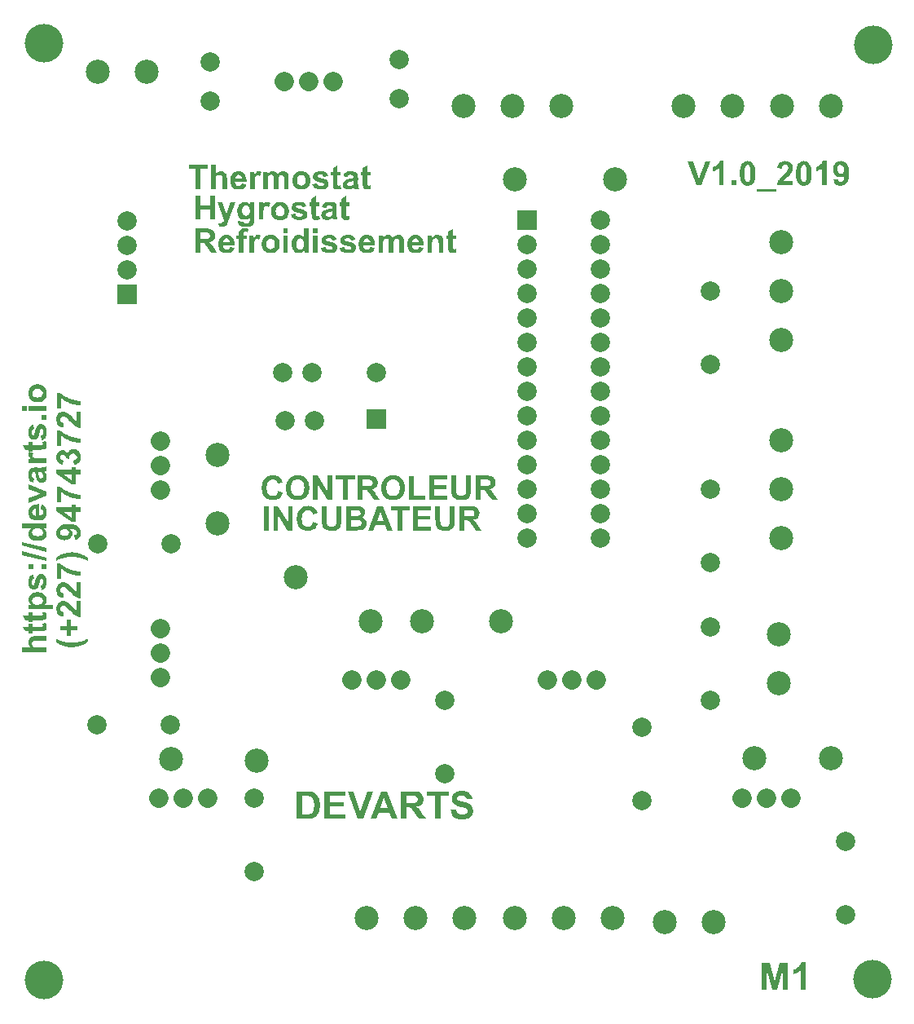
<source format=gtl>
G04 Layer: TopLayer*
G04 EasyEDA v6.3.43, 2020-05-25T08:10:49+01:00*
G04 809d050b7b404b088306c213adac8bc8,fe6cc42eb16a44418a09de5ec01cb9e8,10*
G04 Gerber Generator version 0.2*
G04 Scale: 100 percent, Rotated: No, Reflected: No *
G04 Dimensions in millimeters *
G04 leading zeros omitted , absolute positions ,3 integer and 3 decimal *
%FSLAX33Y33*%
%MOMM*%
G90*
G71D02*

%ADD12C,2.499995*%
%ADD13C,3.999992*%
%ADD14C,1.999996*%
%ADD15R,1.999996X1.999996*%

%LPD*%

%LPD*%
G36*
G01X84825Y88635D02*
G01X84437Y88635D01*
G01X84386Y88525D01*
G01X84319Y88421D01*
G01X84234Y88325D01*
G01X84132Y88237D01*
G01X84025Y88157D01*
G01X83921Y88092D01*
G01X83822Y88040D01*
G01X83726Y88003D01*
G01X83726Y87566D01*
G01X83841Y87609D01*
G01X83953Y87659D01*
G01X84058Y87717D01*
G01X84159Y87781D01*
G01X84255Y87853D01*
G01X84345Y87932D01*
G01X84345Y86121D01*
G01X84825Y86121D01*
G01X84825Y88635D01*
G37*

%LPD*%
G36*
G01X80650Y88630D02*
G01X80530Y88635D01*
G01X80368Y88625D01*
G01X80220Y88592D01*
G01X80086Y88538D01*
G01X79966Y88463D01*
G01X79896Y88399D01*
G01X79836Y88322D01*
G01X79786Y88234D01*
G01X79747Y88133D01*
G01X79718Y88020D01*
G01X79700Y87894D01*
G01X80177Y87848D01*
G01X80209Y88027D01*
G01X80279Y88148D01*
G01X80383Y88216D01*
G01X80518Y88239D01*
G01X80654Y88217D01*
G01X80756Y88153D01*
G01X80821Y88047D01*
G01X80843Y87904D01*
G01X80818Y87759D01*
G01X80744Y87612D01*
G01X80691Y87545D01*
G01X80608Y87454D01*
G01X80493Y87339D01*
G01X80347Y87200D01*
G01X80220Y87080D01*
G01X80108Y86968D01*
G01X80010Y86863D01*
G01X79927Y86768D01*
G01X79860Y86680D01*
G01X79806Y86601D01*
G01X79744Y86486D01*
G01X79697Y86368D01*
G01X79662Y86246D01*
G01X79641Y86121D01*
G01X81325Y86121D01*
G01X81325Y86568D01*
G01X80373Y86568D01*
G01X80392Y86600D01*
G01X80415Y86633D01*
G01X80440Y86666D01*
G01X80469Y86700D01*
G01X80510Y86743D01*
G01X80572Y86803D01*
G01X80655Y86881D01*
G01X80759Y86977D01*
G01X80863Y87075D01*
G01X80950Y87161D01*
G01X81019Y87235D01*
G01X81071Y87297D01*
G01X81186Y87460D01*
G01X81264Y87617D01*
G01X81310Y87774D01*
G01X81325Y87939D01*
G01X81312Y88082D01*
G01X81272Y88212D01*
G01X81207Y88331D01*
G01X81114Y88437D01*
G01X81039Y88498D01*
G01X80955Y88547D01*
G01X80862Y88586D01*
G01X80760Y88613D01*
G01X80650Y88630D01*
G37*

%LPD*%
G36*
G01X75420Y86601D02*
G01X74940Y86601D01*
G01X74940Y86121D01*
G01X75420Y86121D01*
G01X75420Y86601D01*
G37*

%LPD*%
G36*
G01X74119Y88635D02*
G01X73731Y88635D01*
G01X73681Y88525D01*
G01X73614Y88421D01*
G01X73530Y88325D01*
G01X73428Y88237D01*
G01X73320Y88157D01*
G01X73216Y88092D01*
G01X73115Y88040D01*
G01X73019Y88003D01*
G01X73019Y87566D01*
G01X73136Y87609D01*
G01X73248Y87659D01*
G01X73354Y87717D01*
G01X73454Y87781D01*
G01X73549Y87853D01*
G01X73639Y87932D01*
G01X73639Y86121D01*
G01X74119Y86121D01*
G01X74119Y88635D01*
G37*

%LPD*%
G36*
G01X70954Y88625D02*
G01X70406Y88625D01*
G01X71302Y86121D01*
G01X71843Y86121D01*
G01X72740Y88625D01*
G01X72202Y88625D01*
G01X71589Y86771D01*
G01X70954Y88625D01*
G37*

%LPD*%
G36*
G01X86432Y88627D02*
G01X86309Y88635D01*
G01X86195Y88629D01*
G01X86089Y88609D01*
G01X85989Y88577D01*
G01X85897Y88533D01*
G01X85811Y88475D01*
G01X85732Y88404D01*
G01X85663Y88322D01*
G01X85607Y88232D01*
G01X85562Y88133D01*
G01X85531Y88027D01*
G01X85512Y87912D01*
G01X85506Y87790D01*
G01X85512Y87671D01*
G01X85530Y87561D01*
G01X85559Y87458D01*
G01X85601Y87363D01*
G01X85654Y87275D01*
G01X85719Y87195D01*
G01X85832Y87095D01*
G01X85955Y87023D01*
G01X86088Y86981D01*
G01X86230Y86967D01*
G01X86360Y86980D01*
G01X86479Y87019D01*
G01X86586Y87085D01*
G01X86682Y87177D01*
G01X86663Y86980D01*
G01X86635Y86819D01*
G01X86597Y86695D01*
G01X86550Y86608D01*
G01X86435Y86507D01*
G01X86296Y86474D01*
G01X86241Y86478D01*
G01X86191Y86491D01*
G01X86147Y86512D01*
G01X86108Y86542D01*
G01X86075Y86580D01*
G01X86049Y86627D01*
G01X86030Y86684D01*
G01X86019Y86751D01*
G01X85554Y86700D01*
G01X85588Y86555D01*
G01X85638Y86428D01*
G01X85703Y86321D01*
G01X85785Y86233D01*
G01X85883Y86165D01*
G01X85994Y86116D01*
G01X86120Y86087D01*
G01X86260Y86078D01*
G01X86393Y86086D01*
G01X86516Y86111D01*
G01X86631Y86153D01*
G01X86737Y86212D01*
G01X86834Y86287D01*
G01X86923Y86380D01*
G01X86983Y86462D01*
G01X87035Y86556D01*
G01X87078Y86662D01*
G01X87114Y86781D01*
G01X87142Y86911D01*
G01X87162Y87053D01*
G01X87173Y87207D01*
G01X87177Y87373D01*
G01X87174Y87536D01*
G01X87162Y87686D01*
G01X87143Y87825D01*
G01X87116Y87952D01*
G01X87082Y88066D01*
G01X87040Y88170D01*
G01X86991Y88261D01*
G01X86934Y88341D01*
G01X86849Y88431D01*
G01X86756Y88504D01*
G01X86656Y88562D01*
G01X86547Y88603D01*
G01X86432Y88627D01*
G37*

%LPC*%
G36*
G01X86417Y88207D02*
G01X86286Y88239D01*
G01X86164Y88212D01*
G01X86065Y88132D01*
G01X85998Y87995D01*
G01X85976Y87790D01*
G01X85982Y87676D01*
G01X86000Y87578D01*
G01X86030Y87496D01*
G01X86072Y87431D01*
G01X86181Y87348D01*
G01X86311Y87320D01*
G01X86440Y87347D01*
G01X86545Y87429D01*
G01X86618Y87563D01*
G01X86641Y87749D01*
G01X86635Y87859D01*
G01X86614Y87956D01*
G01X86580Y88039D01*
G01X86532Y88110D01*
G01X86417Y88207D01*
G37*

%LPD*%
G36*
G01X82578Y88628D02*
G01X82461Y88635D01*
G01X82344Y88628D01*
G01X82236Y88607D01*
G01X82138Y88571D01*
G01X82048Y88522D01*
G01X81966Y88457D01*
G01X81894Y88379D01*
G01X81836Y88295D01*
G01X81786Y88199D01*
G01X81744Y88090D01*
G01X81709Y87969D01*
G01X81682Y87836D01*
G01X81663Y87689D01*
G01X81652Y87531D01*
G01X81648Y87360D01*
G01X81651Y87188D01*
G01X81662Y87028D01*
G01X81679Y86883D01*
G01X81704Y86751D01*
G01X81735Y86632D01*
G01X81774Y86528D01*
G01X81819Y86437D01*
G01X81871Y86360D01*
G01X81950Y86273D01*
G01X82036Y86203D01*
G01X82130Y86148D01*
G01X82233Y86109D01*
G01X82343Y86085D01*
G01X82461Y86078D01*
G01X82578Y86085D01*
G01X82686Y86106D01*
G01X82786Y86142D01*
G01X82876Y86191D01*
G01X82957Y86256D01*
G01X83030Y86334D01*
G01X83087Y86418D01*
G01X83137Y86515D01*
G01X83180Y86624D01*
G01X83214Y86746D01*
G01X83241Y86879D01*
G01X83261Y87025D01*
G01X83272Y87184D01*
G01X83276Y87355D01*
G01X83272Y87527D01*
G01X83261Y87686D01*
G01X83242Y87833D01*
G01X83215Y87967D01*
G01X83181Y88089D01*
G01X83139Y88197D01*
G01X83090Y88293D01*
G01X83032Y88376D01*
G01X82959Y88456D01*
G01X82877Y88520D01*
G01X82786Y88570D01*
G01X82687Y88606D01*
G01X82578Y88628D01*
G37*

%LPC*%
G36*
G01X82504Y88236D02*
G01X82461Y88239D01*
G01X82418Y88236D01*
G01X82379Y88225D01*
G01X82341Y88208D01*
G01X82306Y88183D01*
G01X82274Y88150D01*
G01X82245Y88105D01*
G01X82221Y88050D01*
G01X82202Y87983D01*
G01X82179Y87874D01*
G01X82163Y87733D01*
G01X82154Y87560D01*
G01X82151Y87355D01*
G01X82154Y87152D01*
G01X82162Y86984D01*
G01X82177Y86850D01*
G01X82196Y86751D01*
G01X82246Y86613D01*
G01X82308Y86530D01*
G01X82343Y86506D01*
G01X82379Y86490D01*
G01X82419Y86480D01*
G01X82461Y86476D01*
G01X82504Y86480D01*
G01X82544Y86490D01*
G01X82583Y86508D01*
G01X82618Y86532D01*
G01X82650Y86566D01*
G01X82679Y86609D01*
G01X82702Y86665D01*
G01X82722Y86730D01*
G01X82745Y86839D01*
G01X82760Y86979D01*
G01X82770Y87151D01*
G01X82773Y87355D01*
G01X82770Y87559D01*
G01X82762Y87728D01*
G01X82747Y87862D01*
G01X82727Y87962D01*
G01X82678Y88100D01*
G01X82616Y88183D01*
G01X82581Y88208D01*
G01X82544Y88225D01*
G01X82504Y88236D01*
G37*

%LPD*%
G36*
G01X76738Y88628D02*
G01X76621Y88635D01*
G01X76504Y88628D01*
G01X76397Y88607D01*
G01X76298Y88571D01*
G01X76208Y88522D01*
G01X76127Y88457D01*
G01X76055Y88379D01*
G01X75997Y88295D01*
G01X75947Y88199D01*
G01X75905Y88090D01*
G01X75870Y87969D01*
G01X75843Y87836D01*
G01X75824Y87689D01*
G01X75812Y87531D01*
G01X75808Y87360D01*
G01X75812Y87188D01*
G01X75823Y87028D01*
G01X75840Y86883D01*
G01X75864Y86751D01*
G01X75896Y86632D01*
G01X75934Y86528D01*
G01X75980Y86437D01*
G01X76032Y86360D01*
G01X76110Y86273D01*
G01X76196Y86203D01*
G01X76291Y86148D01*
G01X76393Y86109D01*
G01X76503Y86085D01*
G01X76621Y86078D01*
G01X76738Y86085D01*
G01X76847Y86106D01*
G01X76946Y86142D01*
G01X77037Y86191D01*
G01X77118Y86256D01*
G01X77190Y86334D01*
G01X77248Y86418D01*
G01X77298Y86515D01*
G01X77340Y86624D01*
G01X77375Y86746D01*
G01X77402Y86879D01*
G01X77421Y87025D01*
G01X77432Y87184D01*
G01X77436Y87355D01*
G01X77432Y87527D01*
G01X77421Y87686D01*
G01X77402Y87833D01*
G01X77375Y87967D01*
G01X77340Y88089D01*
G01X77298Y88197D01*
G01X77248Y88293D01*
G01X77190Y88376D01*
G01X77118Y88456D01*
G01X77037Y88520D01*
G01X76946Y88570D01*
G01X76847Y88606D01*
G01X76738Y88628D01*
G37*

%LPC*%
G36*
G01X76664Y88236D02*
G01X76621Y88239D01*
G01X76579Y88236D01*
G01X76539Y88225D01*
G01X76502Y88208D01*
G01X76466Y88183D01*
G01X76434Y88150D01*
G01X76405Y88105D01*
G01X76380Y88050D01*
G01X76360Y87983D01*
G01X76338Y87874D01*
G01X76323Y87733D01*
G01X76314Y87560D01*
G01X76311Y87355D01*
G01X76314Y87152D01*
G01X76322Y86984D01*
G01X76336Y86850D01*
G01X76354Y86751D01*
G01X76406Y86613D01*
G01X76469Y86530D01*
G01X76503Y86506D01*
G01X76540Y86490D01*
G01X76579Y86480D01*
G01X76621Y86476D01*
G01X76664Y86480D01*
G01X76705Y86490D01*
G01X76743Y86508D01*
G01X76779Y86532D01*
G01X76811Y86566D01*
G01X76839Y86609D01*
G01X76863Y86665D01*
G01X76883Y86730D01*
G01X76905Y86839D01*
G01X76921Y86979D01*
G01X76931Y87151D01*
G01X76934Y87355D01*
G01X76931Y87559D01*
G01X76922Y87728D01*
G01X76908Y87862D01*
G01X76888Y87962D01*
G01X76839Y88100D01*
G01X76776Y88183D01*
G01X76742Y88208D01*
G01X76704Y88225D01*
G01X76664Y88236D01*
G37*

%LPD*%
G36*
G01X79573Y85740D02*
G01X77576Y85740D01*
G01X77576Y85430D01*
G01X79573Y85430D01*
G01X79573Y85740D01*
G37*

%LPD*%

%LPD*%
G36*
G01X49443Y55961D02*
G01X48379Y55961D01*
G01X48379Y53456D01*
G01X48884Y53456D01*
G01X48884Y54503D01*
G01X48986Y54503D01*
G01X49137Y54496D01*
G01X49240Y54475D01*
G01X49280Y54458D01*
G01X49319Y54435D01*
G01X49356Y54406D01*
G01X49392Y54371D01*
G01X49436Y54319D01*
G01X49494Y54241D01*
G01X49569Y54135D01*
G01X49659Y54002D01*
G01X50025Y53456D01*
G01X50629Y53456D01*
G01X50325Y53944D01*
G01X50239Y54079D01*
G01X50162Y54192D01*
G01X50094Y54283D01*
G01X50035Y54353D01*
G01X49914Y54462D01*
G01X49766Y54561D01*
G01X49921Y54594D01*
G01X50055Y54643D01*
G01X50168Y54710D01*
G01X50261Y54792D01*
G01X50333Y54891D01*
G01X50385Y55002D01*
G01X50416Y55125D01*
G01X50426Y55260D01*
G01X50420Y55367D01*
G01X50399Y55469D01*
G01X50365Y55564D01*
G01X50317Y55653D01*
G01X50257Y55733D01*
G01X50189Y55800D01*
G01X50112Y55854D01*
G01X50025Y55895D01*
G01X49921Y55924D01*
G01X49789Y55945D01*
G01X49630Y55957D01*
G01X49443Y55961D01*
G37*

%LPC*%
G36*
G01X49278Y55537D02*
G01X48884Y55537D01*
G01X48884Y54902D01*
G01X49258Y54902D01*
G01X49422Y54904D01*
G01X49553Y54909D01*
G01X49650Y54919D01*
G01X49712Y54932D01*
G01X49756Y54950D01*
G01X49794Y54974D01*
G01X49827Y55004D01*
G01X49855Y55039D01*
G01X49877Y55079D01*
G01X49893Y55124D01*
G01X49902Y55173D01*
G01X49905Y55227D01*
G01X49901Y55287D01*
G01X49888Y55341D01*
G01X49867Y55389D01*
G01X49837Y55430D01*
G01X49800Y55465D01*
G01X49756Y55494D01*
G01X49705Y55515D01*
G01X49646Y55529D01*
G01X49524Y55535D01*
G01X49278Y55537D01*
G37*

%LPD*%
G36*
G01X45372Y55961D02*
G01X43515Y55961D01*
G01X43515Y53456D01*
G01X45420Y53456D01*
G01X45420Y53878D01*
G01X44020Y53878D01*
G01X44020Y54561D01*
G01X45278Y54561D01*
G01X45278Y54983D01*
G01X44020Y54983D01*
G01X44020Y55537D01*
G01X45372Y55537D01*
G01X45372Y55961D01*
G37*

%LPD*%
G36*
G01X41894Y55940D02*
G01X41389Y55940D01*
G01X41389Y53456D01*
G01X43154Y53456D01*
G01X43154Y53878D01*
G01X41894Y53878D01*
G01X41894Y55940D01*
G37*

%LPD*%
G36*
G01X37193Y55961D02*
G01X36128Y55961D01*
G01X36128Y53456D01*
G01X36634Y53456D01*
G01X36634Y54503D01*
G01X36736Y54503D01*
G01X36886Y54496D01*
G01X36990Y54475D01*
G01X37030Y54458D01*
G01X37068Y54435D01*
G01X37106Y54406D01*
G01X37142Y54371D01*
G01X37186Y54319D01*
G01X37246Y54241D01*
G01X37320Y54135D01*
G01X37409Y54002D01*
G01X37774Y53456D01*
G01X38379Y53456D01*
G01X38074Y53944D01*
G01X37989Y54079D01*
G01X37912Y54192D01*
G01X37845Y54283D01*
G01X37787Y54353D01*
G01X37666Y54462D01*
G01X37515Y54561D01*
G01X37670Y54594D01*
G01X37804Y54643D01*
G01X37918Y54710D01*
G01X38011Y54792D01*
G01X38083Y54891D01*
G01X38135Y55002D01*
G01X38166Y55125D01*
G01X38176Y55260D01*
G01X38169Y55367D01*
G01X38148Y55469D01*
G01X38114Y55564D01*
G01X38066Y55653D01*
G01X38008Y55733D01*
G01X37939Y55800D01*
G01X37863Y55854D01*
G01X37777Y55895D01*
G01X37672Y55924D01*
G01X37539Y55945D01*
G01X37380Y55957D01*
G01X37193Y55961D01*
G37*

%LPC*%
G36*
G01X37028Y55537D02*
G01X36634Y55537D01*
G01X36634Y54902D01*
G01X37007Y54902D01*
G01X37173Y54904D01*
G01X37304Y54909D01*
G01X37400Y54919D01*
G01X37462Y54932D01*
G01X37505Y54950D01*
G01X37543Y54974D01*
G01X37576Y55004D01*
G01X37604Y55039D01*
G01X37627Y55079D01*
G01X37642Y55124D01*
G01X37652Y55173D01*
G01X37655Y55227D01*
G01X37651Y55287D01*
G01X37638Y55341D01*
G01X37618Y55389D01*
G01X37589Y55430D01*
G01X37551Y55465D01*
G01X37507Y55494D01*
G01X37456Y55515D01*
G01X37398Y55529D01*
G01X37274Y55535D01*
G01X37028Y55537D01*
G37*

%LPD*%
G36*
G01X35801Y55961D02*
G01X33809Y55961D01*
G01X33809Y55537D01*
G01X34551Y55537D01*
G01X34551Y53456D01*
G01X35057Y53456D01*
G01X35057Y55537D01*
G01X35801Y55537D01*
G01X35801Y55961D01*
G37*

%LPD*%
G36*
G01X31958Y55961D02*
G01X31465Y55961D01*
G01X31465Y53456D01*
G01X31935Y53456D01*
G01X31935Y55090D01*
G01X32946Y53456D01*
G01X33454Y53456D01*
G01X33454Y55961D01*
G01X32984Y55961D01*
G01X32984Y54289D01*
G01X31958Y55961D01*
G37*

%LPD*%
G36*
G01X46352Y55961D02*
G01X45844Y55961D01*
G01X45844Y54625D01*
G01X45845Y54491D01*
G01X45850Y54368D01*
G01X45857Y54256D01*
G01X45866Y54156D01*
G01X45879Y54067D01*
G01X45895Y53990D01*
G01X45947Y53848D01*
G01X46037Y53713D01*
G01X46163Y53591D01*
G01X46329Y53497D01*
G01X46433Y53460D01*
G01X46558Y53434D01*
G01X46705Y53418D01*
G01X46873Y53413D01*
G01X47015Y53418D01*
G01X47143Y53432D01*
G01X47257Y53456D01*
G01X47355Y53489D01*
G01X47521Y53579D01*
G01X47650Y53695D01*
G01X47744Y53837D01*
G01X47802Y54008D01*
G01X47814Y54078D01*
G01X47825Y54162D01*
G01X47833Y54261D01*
G01X47838Y54374D01*
G01X47842Y54502D01*
G01X47843Y54645D01*
G01X47843Y55961D01*
G01X47337Y55961D01*
G01X47337Y54576D01*
G01X47336Y54438D01*
G01X47332Y54321D01*
G01X47325Y54225D01*
G01X47315Y54150D01*
G01X47270Y54032D01*
G01X47183Y53934D01*
G01X47046Y53867D01*
G01X46857Y53845D01*
G01X46669Y53868D01*
G01X46525Y53939D01*
G01X46425Y54048D01*
G01X46370Y54185D01*
G01X46362Y54248D01*
G01X46357Y54338D01*
G01X46353Y54457D01*
G01X46352Y54604D01*
G01X46352Y55961D01*
G37*

%LPD*%
G36*
G01X39898Y55999D02*
G01X39763Y56004D01*
G01X39614Y55998D01*
G01X39474Y55979D01*
G01X39344Y55948D01*
G01X39222Y55905D01*
G01X39136Y55863D01*
G01X39054Y55811D01*
G01X38975Y55750D01*
G01X38900Y55679D01*
G01X38829Y55600D01*
G01X38766Y55517D01*
G01X38712Y55429D01*
G01X38666Y55336D01*
G01X38631Y55246D01*
G01X38602Y55150D01*
G01X38580Y55046D01*
G01X38564Y54935D01*
G01X38555Y54818D01*
G01X38552Y54693D01*
G01X38557Y54548D01*
G01X38572Y54411D01*
G01X38598Y54281D01*
G01X38634Y54160D01*
G01X38681Y54047D01*
G01X38738Y53941D01*
G01X38805Y53843D01*
G01X38882Y53754D01*
G01X38967Y53674D01*
G01X39060Y53605D01*
G01X39160Y53546D01*
G01X39267Y53499D01*
G01X39382Y53461D01*
G01X39503Y53434D01*
G01X39632Y53419D01*
G01X39768Y53413D01*
G01X39903Y53419D01*
G01X40031Y53434D01*
G01X40152Y53461D01*
G01X40266Y53499D01*
G01X40373Y53547D01*
G01X40473Y53606D01*
G01X40566Y53676D01*
G01X40652Y53756D01*
G01X40729Y53846D01*
G01X40796Y53944D01*
G01X40853Y54050D01*
G01X40900Y54165D01*
G01X40936Y54288D01*
G01X40962Y54419D01*
G01X40977Y54558D01*
G01X40982Y54706D01*
G01X40977Y54855D01*
G01X40962Y54995D01*
G01X40936Y55127D01*
G01X40899Y55251D01*
G01X40852Y55366D01*
G01X40795Y55473D01*
G01X40727Y55571D01*
G01X40650Y55661D01*
G01X40563Y55741D01*
G01X40469Y55811D01*
G01X40369Y55870D01*
G01X40262Y55918D01*
G01X40147Y55956D01*
G01X40026Y55983D01*
G01X39898Y55999D01*
G37*

%LPC*%
G36*
G01X39917Y55559D02*
G01X39768Y55572D01*
G01X39619Y55559D01*
G01X39486Y55519D01*
G01X39367Y55452D01*
G01X39263Y55359D01*
G01X39204Y55281D01*
G01X39157Y55191D01*
G01X39120Y55089D01*
G01X39094Y54975D01*
G01X39077Y54849D01*
G01X39072Y54711D01*
G01X39078Y54574D01*
G01X39094Y54450D01*
G01X39121Y54337D01*
G01X39159Y54235D01*
G01X39208Y54145D01*
G01X39268Y54066D01*
G01X39374Y53969D01*
G01X39492Y53900D01*
G01X39624Y53859D01*
G01X39768Y53845D01*
G01X39913Y53859D01*
G01X40043Y53900D01*
G01X40160Y53968D01*
G01X40264Y54063D01*
G01X40324Y54142D01*
G01X40372Y54233D01*
G01X40410Y54337D01*
G01X40437Y54452D01*
G01X40454Y54579D01*
G01X40459Y54719D01*
G01X40454Y54856D01*
G01X40438Y54981D01*
G01X40411Y55094D01*
G01X40374Y55195D01*
G01X40327Y55284D01*
G01X40269Y55361D01*
G01X40167Y55454D01*
G01X40050Y55519D01*
G01X39917Y55559D01*
G37*

%LPD*%
G36*
G01X29982Y55999D02*
G01X29847Y56004D01*
G01X29699Y55998D01*
G01X29560Y55979D01*
G01X29428Y55948D01*
G01X29306Y55905D01*
G01X29220Y55863D01*
G01X29138Y55811D01*
G01X29059Y55750D01*
G01X28983Y55679D01*
G01X28913Y55600D01*
G01X28851Y55517D01*
G01X28796Y55429D01*
G01X28750Y55336D01*
G01X28715Y55246D01*
G01X28686Y55150D01*
G01X28664Y55046D01*
G01X28648Y54935D01*
G01X28639Y54818D01*
G01X28635Y54693D01*
G01X28641Y54548D01*
G01X28656Y54411D01*
G01X28682Y54281D01*
G01X28718Y54160D01*
G01X28764Y54047D01*
G01X28821Y53941D01*
G01X28888Y53843D01*
G01X28966Y53754D01*
G01X29052Y53674D01*
G01X29145Y53605D01*
G01X29246Y53546D01*
G01X29353Y53499D01*
G01X29468Y53461D01*
G01X29589Y53434D01*
G01X29719Y53419D01*
G01X29855Y53413D01*
G01X29989Y53419D01*
G01X30116Y53434D01*
G01X30237Y53461D01*
G01X30350Y53499D01*
G01X30457Y53547D01*
G01X30557Y53606D01*
G01X30650Y53676D01*
G01X30736Y53756D01*
G01X30813Y53846D01*
G01X30880Y53944D01*
G01X30937Y54050D01*
G01X30983Y54165D01*
G01X31020Y54288D01*
G01X31045Y54419D01*
G01X31061Y54558D01*
G01X31066Y54706D01*
G01X31061Y54855D01*
G01X31045Y54995D01*
G01X31020Y55127D01*
G01X30983Y55251D01*
G01X30936Y55366D01*
G01X30879Y55473D01*
G01X30811Y55571D01*
G01X30734Y55661D01*
G01X30647Y55741D01*
G01X30553Y55811D01*
G01X30453Y55870D01*
G01X30345Y55918D01*
G01X30231Y55956D01*
G01X30110Y55983D01*
G01X29982Y55999D01*
G37*

%LPC*%
G36*
G01X30000Y55559D02*
G01X29852Y55572D01*
G01X29703Y55559D01*
G01X29570Y55519D01*
G01X29452Y55452D01*
G01X29349Y55359D01*
G01X29290Y55281D01*
G01X29242Y55191D01*
G01X29204Y55089D01*
G01X29177Y54975D01*
G01X29162Y54849D01*
G01X29156Y54711D01*
G01X29162Y54574D01*
G01X29178Y54450D01*
G01X29205Y54337D01*
G01X29244Y54235D01*
G01X29294Y54145D01*
G01X29354Y54066D01*
G01X29459Y53969D01*
G01X29576Y53900D01*
G01X29708Y53859D01*
G01X29852Y53845D01*
G01X29996Y53859D01*
G01X30127Y53900D01*
G01X30245Y53968D01*
G01X30350Y54063D01*
G01X30409Y54142D01*
G01X30457Y54233D01*
G01X30495Y54337D01*
G01X30522Y54452D01*
G01X30537Y54579D01*
G01X30543Y54719D01*
G01X30538Y54856D01*
G01X30522Y54981D01*
G01X30496Y55094D01*
G01X30460Y55195D01*
G01X30412Y55284D01*
G01X30355Y55361D01*
G01X30252Y55454D01*
G01X30134Y55519D01*
G01X30000Y55559D01*
G37*

%LPD*%
G36*
G01X27443Y55996D02*
G01X27294Y56004D01*
G01X27166Y55998D01*
G01X27044Y55983D01*
G01X26928Y55955D01*
G01X26819Y55918D01*
G01X26715Y55869D01*
G01X26619Y55810D01*
G01X26528Y55739D01*
G01X26443Y55659D01*
G01X26368Y55568D01*
G01X26302Y55468D01*
G01X26247Y55360D01*
G01X26202Y55242D01*
G01X26166Y55116D01*
G01X26141Y54982D01*
G01X26126Y54838D01*
G01X26121Y54686D01*
G01X26126Y54542D01*
G01X26141Y54406D01*
G01X26166Y54278D01*
G01X26202Y54158D01*
G01X26247Y54046D01*
G01X26302Y53940D01*
G01X26368Y53843D01*
G01X26443Y53754D01*
G01X26526Y53674D01*
G01X26615Y53605D01*
G01X26709Y53546D01*
G01X26809Y53499D01*
G01X26914Y53461D01*
G01X27025Y53434D01*
G01X27141Y53419D01*
G01X27264Y53413D01*
G01X27394Y53419D01*
G01X27517Y53436D01*
G01X27632Y53463D01*
G01X27739Y53503D01*
G01X27838Y53552D01*
G01X27929Y53614D01*
G01X28012Y53686D01*
G01X28087Y53769D01*
G01X28153Y53865D01*
G01X28212Y53971D01*
G01X28261Y54090D01*
G01X28303Y54221D01*
G01X27813Y54378D01*
G01X27775Y54249D01*
G01X27729Y54139D01*
G01X27671Y54047D01*
G01X27604Y53975D01*
G01X27529Y53918D01*
G01X27445Y53877D01*
G01X27356Y53853D01*
G01X27259Y53845D01*
G01X27128Y53858D01*
G01X27010Y53896D01*
G01X26906Y53959D01*
G01X26814Y54048D01*
G01X26761Y54123D01*
G01X26718Y54212D01*
G01X26685Y54317D01*
G01X26661Y54438D01*
G01X26646Y54573D01*
G01X26642Y54724D01*
G01X26647Y54867D01*
G01X26661Y54996D01*
G01X26685Y55110D01*
G01X26719Y55211D01*
G01X26763Y55298D01*
G01X26817Y55372D01*
G01X26910Y55459D01*
G01X27016Y55522D01*
G01X27136Y55559D01*
G01X27269Y55572D01*
G01X27365Y55565D01*
G01X27455Y55544D01*
G01X27537Y55509D01*
G01X27612Y55460D01*
G01X27676Y55398D01*
G01X27728Y55326D01*
G01X27768Y55243D01*
G01X27797Y55151D01*
G01X28298Y55272D01*
G01X28249Y55414D01*
G01X28190Y55537D01*
G01X28121Y55643D01*
G01X28041Y55732D01*
G01X27941Y55815D01*
G01X27831Y55883D01*
G01X27711Y55936D01*
G01X27582Y55974D01*
G01X27443Y55996D01*
G37*

%LPD*%

%LPD*%
G36*
G01X47769Y52778D02*
G01X46705Y52778D01*
G01X46705Y50274D01*
G01X47210Y50274D01*
G01X47210Y51320D01*
G01X47312Y51320D01*
G01X47464Y51313D01*
G01X47569Y51292D01*
G01X47608Y51275D01*
G01X47646Y51252D01*
G01X47684Y51223D01*
G01X47721Y51188D01*
G01X47764Y51136D01*
G01X47823Y51058D01*
G01X47898Y50952D01*
G01X47988Y50820D01*
G01X48353Y50274D01*
G01X48958Y50274D01*
G01X48651Y50761D01*
G01X48565Y50897D01*
G01X48489Y51010D01*
G01X48422Y51101D01*
G01X48364Y51170D01*
G01X48242Y51280D01*
G01X48092Y51379D01*
G01X48247Y51411D01*
G01X48381Y51460D01*
G01X48494Y51527D01*
G01X48587Y51610D01*
G01X48660Y51708D01*
G01X48713Y51819D01*
G01X48744Y51942D01*
G01X48755Y52077D01*
G01X48748Y52185D01*
G01X48727Y52286D01*
G01X48693Y52381D01*
G01X48646Y52471D01*
G01X48586Y52551D01*
G01X48518Y52618D01*
G01X48440Y52671D01*
G01X48353Y52712D01*
G01X48248Y52741D01*
G01X48116Y52761D01*
G01X47956Y52774D01*
G01X47769Y52778D01*
G37*

%LPC*%
G36*
G01X47607Y52354D02*
G01X47210Y52354D01*
G01X47210Y51719D01*
G01X47584Y51719D01*
G01X47749Y51721D01*
G01X47881Y51727D01*
G01X47977Y51736D01*
G01X48039Y51749D01*
G01X48082Y51768D01*
G01X48120Y51791D01*
G01X48153Y51821D01*
G01X48181Y51856D01*
G01X48203Y51896D01*
G01X48219Y51941D01*
G01X48229Y51990D01*
G01X48232Y52044D01*
G01X48227Y52105D01*
G01X48215Y52158D01*
G01X48194Y52206D01*
G01X48166Y52247D01*
G01X48128Y52283D01*
G01X48084Y52311D01*
G01X48032Y52333D01*
G01X47975Y52346D01*
G01X47853Y52352D01*
G01X47607Y52354D01*
G37*

%LPD*%
G36*
G01X43698Y52778D02*
G01X41841Y52778D01*
G01X41841Y50274D01*
G01X43746Y50274D01*
G01X43746Y50695D01*
G01X42346Y50695D01*
G01X42346Y51379D01*
G01X43604Y51379D01*
G01X43604Y51800D01*
G01X42346Y51800D01*
G01X42346Y52354D01*
G01X43698Y52354D01*
G01X43698Y52778D01*
G37*

%LPD*%
G36*
G01X41516Y52778D02*
G01X39524Y52778D01*
G01X39524Y52354D01*
G01X40266Y52354D01*
G01X40266Y50274D01*
G01X40774Y50274D01*
G01X40774Y52354D01*
G01X41516Y52354D01*
G01X41516Y52778D01*
G37*

%LPD*%
G36*
G01X38691Y52778D02*
G01X38155Y52778D01*
G01X37180Y50274D01*
G01X37719Y50274D01*
G01X37924Y50843D01*
G01X38925Y50843D01*
G01X39143Y50274D01*
G01X39695Y50274D01*
G01X38691Y52778D01*
G37*

%LPC*%
G36*
G01X38762Y51264D02*
G01X38417Y52194D01*
G01X38079Y51264D01*
G01X38762Y51264D01*
G37*

%LPD*%
G36*
G01X35910Y52778D02*
G01X34909Y52778D01*
G01X34909Y50274D01*
G01X35763Y50274D01*
G01X35982Y50276D01*
G01X36156Y50279D01*
G01X36286Y50285D01*
G01X36372Y50292D01*
G01X36558Y50331D01*
G01X36713Y50408D01*
G01X36835Y50521D01*
G01X36929Y50667D01*
G01X36987Y50832D01*
G01X37007Y51000D01*
G01X37000Y51105D01*
G01X36977Y51203D01*
G01X36939Y51294D01*
G01X36885Y51379D01*
G01X36817Y51453D01*
G01X36735Y51515D01*
G01X36640Y51566D01*
G01X36532Y51605D01*
G01X36678Y51697D01*
G01X36791Y51826D01*
G01X36862Y51980D01*
G01X36885Y52148D01*
G01X36866Y52303D01*
G01X36809Y52440D01*
G01X36721Y52559D01*
G01X36616Y52651D01*
G01X36492Y52717D01*
G01X36355Y52755D01*
G01X36272Y52765D01*
G01X36170Y52773D01*
G01X36049Y52777D01*
G01X35910Y52778D01*
G37*

%LPC*%
G36*
G01X35707Y52362D02*
G01X35415Y52362D01*
G01X35415Y51782D01*
G01X35747Y51782D01*
G01X35986Y51785D01*
G01X36113Y51790D01*
G01X36176Y51802D01*
G01X36231Y51822D01*
G01X36278Y51848D01*
G01X36319Y51882D01*
G01X36351Y51921D01*
G01X36374Y51967D01*
G01X36388Y52019D01*
G01X36393Y52077D01*
G01X36389Y52132D01*
G01X36377Y52182D01*
G01X36357Y52226D01*
G01X36329Y52265D01*
G01X36294Y52298D01*
G01X36250Y52324D01*
G01X36198Y52343D01*
G01X36139Y52354D01*
G01X36083Y52358D01*
G01X35992Y52360D01*
G01X35867Y52361D01*
G01X35707Y52362D01*
G37*
G36*
G01X35824Y51366D02*
G01X35415Y51366D01*
G01X35415Y50695D01*
G01X35885Y50695D01*
G01X36107Y50699D01*
G01X36230Y50711D01*
G01X36284Y50724D01*
G01X36334Y50746D01*
G01X36377Y50775D01*
G01X36415Y50812D01*
G01X36445Y50855D01*
G01X36467Y50904D01*
G01X36480Y50961D01*
G01X36484Y51023D01*
G01X36481Y51078D01*
G01X36471Y51128D01*
G01X36454Y51174D01*
G01X36431Y51216D01*
G01X36400Y51253D01*
G01X36363Y51284D01*
G01X36321Y51310D01*
G01X36273Y51330D01*
G01X36206Y51346D01*
G01X36109Y51357D01*
G01X35981Y51364D01*
G01X35824Y51366D01*
G37*

%LPD*%
G36*
G01X27823Y52778D02*
G01X27330Y52778D01*
G01X27330Y50274D01*
G01X27800Y50274D01*
G01X27800Y51907D01*
G01X28811Y50274D01*
G01X29319Y50274D01*
G01X29319Y52778D01*
G01X28849Y52778D01*
G01X28849Y51107D01*
G01X27823Y52778D01*
G37*

%LPD*%
G36*
G01X26842Y52778D02*
G01X26337Y52778D01*
G01X26337Y50274D01*
G01X26842Y50274D01*
G01X26842Y52778D01*
G37*

%LPD*%
G36*
G01X44678Y52778D02*
G01X44173Y52778D01*
G01X44173Y51442D01*
G01X44174Y51308D01*
G01X44178Y51185D01*
G01X44185Y51074D01*
G01X44194Y50974D01*
G01X44206Y50885D01*
G01X44221Y50807D01*
G01X44274Y50665D01*
G01X44363Y50530D01*
G01X44491Y50409D01*
G01X44658Y50314D01*
G01X44761Y50278D01*
G01X44886Y50251D01*
G01X45033Y50236D01*
G01X45201Y50231D01*
G01X45343Y50235D01*
G01X45471Y50249D01*
G01X45584Y50273D01*
G01X45684Y50307D01*
G01X45849Y50396D01*
G01X45979Y50512D01*
G01X46071Y50654D01*
G01X46128Y50825D01*
G01X46141Y50895D01*
G01X46151Y50979D01*
G01X46159Y51078D01*
G01X46165Y51192D01*
G01X46168Y51320D01*
G01X46169Y51462D01*
G01X46169Y52778D01*
G01X45664Y52778D01*
G01X45664Y51394D01*
G01X45662Y51256D01*
G01X45658Y51138D01*
G01X45651Y51042D01*
G01X45641Y50967D01*
G01X45598Y50850D01*
G01X45511Y50751D01*
G01X45375Y50685D01*
G01X45186Y50662D01*
G01X44996Y50686D01*
G01X44851Y50756D01*
G01X44751Y50865D01*
G01X44696Y51003D01*
G01X44688Y51065D01*
G01X44683Y51156D01*
G01X44679Y51274D01*
G01X44678Y51422D01*
G01X44678Y52778D01*
G37*

%LPD*%
G36*
G01X32882Y52778D02*
G01X32377Y52778D01*
G01X32377Y51442D01*
G01X32378Y51308D01*
G01X32382Y51185D01*
G01X32389Y51074D01*
G01X32398Y50974D01*
G01X32410Y50885D01*
G01X32425Y50807D01*
G01X32478Y50665D01*
G01X32567Y50530D01*
G01X32695Y50409D01*
G01X32862Y50314D01*
G01X32966Y50278D01*
G01X33091Y50251D01*
G01X33237Y50236D01*
G01X33406Y50231D01*
G01X33547Y50235D01*
G01X33675Y50249D01*
G01X33789Y50273D01*
G01X33888Y50307D01*
G01X34053Y50396D01*
G01X34183Y50512D01*
G01X34275Y50654D01*
G01X34333Y50825D01*
G01X34345Y50895D01*
G01X34355Y50979D01*
G01X34363Y51078D01*
G01X34369Y51192D01*
G01X34372Y51320D01*
G01X34373Y51462D01*
G01X34373Y52778D01*
G01X33868Y52778D01*
G01X33868Y51394D01*
G01X33866Y51256D01*
G01X33863Y51138D01*
G01X33856Y51042D01*
G01X33848Y50967D01*
G01X33803Y50850D01*
G01X33715Y50751D01*
G01X33579Y50685D01*
G01X33390Y50662D01*
G01X33201Y50686D01*
G01X33055Y50756D01*
G01X32956Y50865D01*
G01X32903Y51003D01*
G01X32894Y51065D01*
G01X32887Y51156D01*
G01X32883Y51274D01*
G01X32882Y51422D01*
G01X32882Y52778D01*
G37*

%LPD*%
G36*
G01X31085Y52814D02*
G01X30937Y52821D01*
G01X30808Y52816D01*
G01X30686Y52799D01*
G01X30570Y52773D01*
G01X30461Y52735D01*
G01X30358Y52686D01*
G01X30261Y52627D01*
G01X30170Y52557D01*
G01X30086Y52476D01*
G01X30010Y52385D01*
G01X29945Y52285D01*
G01X29889Y52177D01*
G01X29844Y52060D01*
G01X29808Y51934D01*
G01X29784Y51799D01*
G01X29768Y51655D01*
G01X29763Y51503D01*
G01X29768Y51360D01*
G01X29784Y51224D01*
G01X29808Y51096D01*
G01X29844Y50975D01*
G01X29889Y50862D01*
G01X29945Y50758D01*
G01X30010Y50660D01*
G01X30086Y50571D01*
G01X30169Y50491D01*
G01X30257Y50422D01*
G01X30351Y50364D01*
G01X30451Y50315D01*
G01X30556Y50278D01*
G01X30667Y50252D01*
G01X30784Y50236D01*
G01X30906Y50231D01*
G01X31036Y50236D01*
G01X31159Y50253D01*
G01X31273Y50281D01*
G01X31380Y50320D01*
G01X31480Y50370D01*
G01X31572Y50431D01*
G01X31655Y50503D01*
G01X31730Y50587D01*
G01X31796Y50682D01*
G01X31854Y50789D01*
G01X31903Y50908D01*
G01X31945Y51038D01*
G01X31455Y51196D01*
G01X31418Y51067D01*
G01X31371Y50956D01*
G01X31314Y50865D01*
G01X31247Y50792D01*
G01X31171Y50735D01*
G01X31088Y50695D01*
G01X30998Y50670D01*
G01X30901Y50662D01*
G01X30771Y50675D01*
G01X30653Y50713D01*
G01X30548Y50777D01*
G01X30457Y50866D01*
G01X30404Y50940D01*
G01X30361Y51030D01*
G01X30327Y51135D01*
G01X30303Y51255D01*
G01X30288Y51390D01*
G01X30284Y51541D01*
G01X30289Y51683D01*
G01X30303Y51812D01*
G01X30328Y51927D01*
G01X30362Y52028D01*
G01X30406Y52115D01*
G01X30459Y52189D01*
G01X30552Y52277D01*
G01X30658Y52339D01*
G01X30778Y52377D01*
G01X30911Y52390D01*
G01X31008Y52382D01*
G01X31097Y52362D01*
G01X31180Y52327D01*
G01X31254Y52278D01*
G01X31318Y52215D01*
G01X31371Y52143D01*
G01X31411Y52060D01*
G01X31440Y51968D01*
G01X31940Y52090D01*
G01X31892Y52231D01*
G01X31833Y52354D01*
G01X31763Y52461D01*
G01X31683Y52550D01*
G01X31583Y52632D01*
G01X31473Y52700D01*
G01X31353Y52753D01*
G01X31224Y52791D01*
G01X31085Y52814D01*
G37*

%LPD*%

%LPD*%
G36*
G01X45542Y23182D02*
G01X43268Y23182D01*
G01X43268Y22699D01*
G01X44117Y22699D01*
G01X44117Y20320D01*
G01X44696Y20320D01*
G01X44696Y22699D01*
G01X45542Y22699D01*
G01X45542Y23182D01*
G37*

%LPD*%
G36*
G01X41803Y23182D02*
G01X40586Y23182D01*
G01X40586Y20320D01*
G01X41163Y20320D01*
G01X41163Y21516D01*
G01X41282Y21516D01*
G01X41453Y21508D01*
G01X41572Y21483D01*
G01X41617Y21463D01*
G01X41661Y21437D01*
G01X41705Y21403D01*
G01X41747Y21363D01*
G01X41796Y21305D01*
G01X41863Y21215D01*
G01X41948Y21094D01*
G01X42049Y20942D01*
G01X42468Y20320D01*
G01X43159Y20320D01*
G01X42811Y20878D01*
G01X42713Y21032D01*
G01X42625Y21161D01*
G01X42548Y21264D01*
G01X42481Y21343D01*
G01X42416Y21407D01*
G01X42343Y21468D01*
G01X42261Y21528D01*
G01X42171Y21584D01*
G01X42292Y21607D01*
G01X42402Y21637D01*
G01X42502Y21677D01*
G01X42591Y21726D01*
G01X42669Y21783D01*
G01X42738Y21849D01*
G01X42821Y21960D01*
G01X42880Y22085D01*
G01X42916Y22226D01*
G01X42928Y22379D01*
G01X42920Y22503D01*
G01X42897Y22619D01*
G01X42858Y22729D01*
G01X42804Y22832D01*
G01X42735Y22923D01*
G01X42656Y22999D01*
G01X42567Y23060D01*
G01X42468Y23106D01*
G01X42393Y23129D01*
G01X42303Y23148D01*
G01X42199Y23163D01*
G01X42081Y23173D01*
G01X41949Y23180D01*
G01X41803Y23182D01*
G37*

%LPC*%
G36*
G01X41773Y22699D02*
G01X41163Y22699D01*
G01X41163Y21973D01*
G01X41592Y21973D01*
G01X41780Y21975D01*
G01X41930Y21981D01*
G01X42040Y21992D01*
G01X42110Y22006D01*
G01X42159Y22027D01*
G01X42203Y22054D01*
G01X42241Y22088D01*
G01X42273Y22128D01*
G01X42298Y22174D01*
G01X42316Y22225D01*
G01X42328Y22282D01*
G01X42331Y22344D01*
G01X42312Y22474D01*
G01X42255Y22578D01*
G01X42161Y22650D01*
G01X42037Y22689D01*
G01X41984Y22694D01*
G01X41895Y22697D01*
G01X41773Y22699D01*
G37*

%LPD*%
G36*
G01X39131Y23182D02*
G01X38519Y23182D01*
G01X37404Y20320D01*
G01X38018Y20320D01*
G01X38254Y20970D01*
G01X39397Y20970D01*
G01X39649Y20320D01*
G01X40276Y20320D01*
G01X39131Y23182D01*
G37*

%LPC*%
G36*
G01X39212Y21452D02*
G01X38818Y22514D01*
G01X38432Y21452D01*
G01X39212Y21452D01*
G37*

%LPD*%
G36*
G01X35659Y23182D02*
G01X35031Y23182D01*
G01X36055Y20320D01*
G01X36672Y20320D01*
G01X37698Y23182D01*
G01X37084Y23182D01*
G01X36382Y21064D01*
G01X35659Y23182D01*
G37*

%LPD*%
G36*
G01X34780Y23182D02*
G01X32656Y23182D01*
G01X32656Y20320D01*
G01X34833Y20320D01*
G01X34833Y20802D01*
G01X33233Y20802D01*
G01X33233Y21582D01*
G01X34671Y21582D01*
G01X34671Y22064D01*
G01X33233Y22064D01*
G01X33233Y22699D01*
G01X34780Y22699D01*
G01X34780Y23182D01*
G37*

%LPD*%
G36*
G01X30822Y23182D02*
G01X29766Y23182D01*
G01X29766Y20320D01*
G01X30853Y20320D01*
G01X31005Y20323D01*
G01X31141Y20335D01*
G01X31261Y20354D01*
G01X31366Y20380D01*
G01X31487Y20425D01*
G01X31595Y20478D01*
G01X31690Y20539D01*
G01X31772Y20609D01*
G01X31866Y20713D01*
G01X31948Y20832D01*
G01X32018Y20966D01*
G01X32077Y21115D01*
G01X32116Y21249D01*
G01X32144Y21395D01*
G01X32160Y21553D01*
G01X32166Y21724D01*
G01X32164Y21854D01*
G01X32155Y21978D01*
G01X32143Y22093D01*
G01X32124Y22203D01*
G01X32101Y22305D01*
G01X32072Y22400D01*
G01X32020Y22532D01*
G01X31957Y22653D01*
G01X31883Y22764D01*
G01X31798Y22865D01*
G01X31704Y22952D01*
G01X31601Y23026D01*
G01X31488Y23085D01*
G01X31366Y23129D01*
G01X31262Y23152D01*
G01X31137Y23169D01*
G01X30991Y23179D01*
G01X30822Y23182D01*
G37*

%LPC*%
G36*
G01X30604Y22699D02*
G01X30342Y22699D01*
G01X30342Y20802D01*
G01X30774Y20802D01*
G01X30984Y20809D01*
G01X31125Y20830D01*
G01X31253Y20878D01*
G01X31358Y20949D01*
G01X31442Y21060D01*
G01X31508Y21224D01*
G01X31535Y21329D01*
G01X31554Y21452D01*
G01X31566Y21592D01*
G01X31569Y21750D01*
G01X31566Y21906D01*
G01X31554Y22044D01*
G01X31535Y22162D01*
G01X31508Y22260D01*
G01X31439Y22418D01*
G01X31346Y22537D01*
G01X31226Y22620D01*
G01X31079Y22672D01*
G01X31004Y22684D01*
G01X30899Y22692D01*
G01X30766Y22698D01*
G01X30604Y22699D01*
G37*

%LPD*%
G36*
G01X47049Y23227D02*
G01X46918Y23230D01*
G01X46759Y23224D01*
G01X46613Y23205D01*
G01X46477Y23174D01*
G01X46355Y23131D01*
G01X46244Y23076D01*
G01X46148Y23009D01*
G01X46065Y22931D01*
G01X45996Y22842D01*
G01X45942Y22745D01*
G01X45903Y22644D01*
G01X45880Y22540D01*
G01X45872Y22433D01*
G01X45879Y22322D01*
G01X45901Y22217D01*
G01X45938Y22118D01*
G01X45989Y22025D01*
G01X46055Y21938D01*
G01X46136Y21856D01*
G01X46206Y21802D01*
G01X46292Y21751D01*
G01X46393Y21702D01*
G01X46510Y21657D01*
G01X46642Y21614D01*
G01X46789Y21574D01*
G01X46953Y21532D01*
G01X47084Y21497D01*
G01X47184Y21469D01*
G01X47251Y21447D01*
G01X47320Y21420D01*
G01X47378Y21391D01*
G01X47424Y21359D01*
G01X47459Y21325D01*
G01X47486Y21288D01*
G01X47505Y21247D01*
G01X47517Y21201D01*
G01X47520Y21153D01*
G01X47485Y21003D01*
G01X47378Y20876D01*
G01X47298Y20823D01*
G01X47202Y20786D01*
G01X47088Y20764D01*
G01X46956Y20756D01*
G01X46831Y20765D01*
G01X46720Y20790D01*
G01X46622Y20832D01*
G01X46537Y20891D01*
G01X46466Y20966D01*
G01X46408Y21061D01*
G01X46364Y21173D01*
G01X46332Y21305D01*
G01X45770Y21252D01*
G01X45795Y21098D01*
G01X45833Y20957D01*
G01X45885Y20829D01*
G01X45949Y20713D01*
G01X46026Y20610D01*
G01X46116Y20520D01*
G01X46192Y20461D01*
G01X46277Y20410D01*
G01X46370Y20367D01*
G01X46471Y20332D01*
G01X46579Y20304D01*
G01X46695Y20284D01*
G01X46819Y20273D01*
G01X46951Y20269D01*
G01X47072Y20272D01*
G01X47187Y20280D01*
G01X47294Y20295D01*
G01X47394Y20315D01*
G01X47487Y20341D01*
G01X47574Y20373D01*
G01X47691Y20432D01*
G01X47795Y20505D01*
G01X47884Y20592D01*
G01X47960Y20693D01*
G01X48020Y20802D01*
G01X48063Y20914D01*
G01X48088Y21032D01*
G01X48097Y21153D01*
G01X48090Y21283D01*
G01X48068Y21403D01*
G01X48032Y21512D01*
G01X47983Y21610D01*
G01X47920Y21697D01*
G01X47847Y21775D01*
G01X47763Y21842D01*
G01X47668Y21899D01*
G01X47594Y21935D01*
G01X47508Y21970D01*
G01X47410Y22005D01*
G01X47300Y22040D01*
G01X47177Y22074D01*
G01X47043Y22108D01*
G01X46851Y22157D01*
G01X46699Y22205D01*
G01X46586Y22252D01*
G01X46512Y22298D01*
G01X46474Y22336D01*
G01X46447Y22377D01*
G01X46431Y22422D01*
G01X46426Y22471D01*
G01X46431Y22524D01*
G01X46448Y22571D01*
G01X46477Y22613D01*
G01X46517Y22649D01*
G01X46595Y22694D01*
G01X46687Y22727D01*
G01X46792Y22746D01*
G01X46911Y22753D01*
G01X47026Y22747D01*
G01X47126Y22728D01*
G01X47210Y22698D01*
G01X47279Y22656D01*
G01X47380Y22529D01*
G01X47437Y22339D01*
G01X48016Y22364D01*
G01X48003Y22491D01*
G01X47977Y22609D01*
G01X47936Y22718D01*
G01X47882Y22819D01*
G01X47812Y22911D01*
G01X47729Y22994D01*
G01X47657Y23049D01*
G01X47576Y23097D01*
G01X47487Y23138D01*
G01X47390Y23171D01*
G01X47285Y23197D01*
G01X47171Y23216D01*
G01X47049Y23227D01*
G37*

%LPD*%

%LPD*%
G36*
G01X82679Y5405D02*
G01X82232Y5405D01*
G01X82175Y5278D01*
G01X82098Y5159D01*
G01X82002Y5050D01*
G01X81887Y4947D01*
G01X81763Y4856D01*
G01X81644Y4782D01*
G01X81529Y4723D01*
G01X81419Y4681D01*
G01X81419Y4183D01*
G01X81552Y4232D01*
G01X81680Y4289D01*
G01X81801Y4354D01*
G01X81917Y4427D01*
G01X82027Y4508D01*
G01X82130Y4597D01*
G01X82130Y2529D01*
G01X82679Y2529D01*
G01X82679Y5405D01*
G37*

%LPD*%
G36*
G01X78920Y5392D02*
G01X78054Y5392D01*
G01X78054Y2529D01*
G01X78592Y2529D01*
G01X78592Y4782D01*
G01X79159Y2529D01*
G01X79715Y2529D01*
G01X80284Y4782D01*
G01X80284Y2529D01*
G01X80820Y2529D01*
G01X80820Y5392D01*
G01X79954Y5392D01*
G01X79441Y3439D01*
G01X78920Y5392D01*
G37*

%LPD*%

%LPD*%
G36*
G01X2952Y65448D02*
G01X2819Y65455D01*
G01X2686Y65448D01*
G01X2562Y65426D01*
G01X2446Y65389D01*
G01X2337Y65338D01*
G01X2236Y65272D01*
G01X2143Y65191D01*
G01X2061Y65099D01*
G01X1994Y64999D01*
G01X1942Y64890D01*
G01X1904Y64774D01*
G01X1882Y64649D01*
G01X1874Y64516D01*
G01X1882Y64385D01*
G01X1904Y64262D01*
G01X1941Y64144D01*
G01X1993Y64033D01*
G01X2058Y63931D01*
G01X2137Y63842D01*
G01X2229Y63765D01*
G01X2334Y63700D01*
G01X2447Y63648D01*
G01X2562Y63611D01*
G01X2679Y63588D01*
G01X2799Y63581D01*
G01X2949Y63588D01*
G01X3088Y63611D01*
G01X3214Y63648D01*
G01X3329Y63700D01*
G01X3431Y63765D01*
G01X3520Y63844D01*
G01X3596Y63937D01*
G01X3660Y64043D01*
G01X3708Y64158D01*
G01X3743Y64276D01*
G01X3764Y64397D01*
G01X3771Y64521D01*
G01X3764Y64651D01*
G01X3741Y64773D01*
G01X3703Y64888D01*
G01X3650Y64996D01*
G01X3582Y65096D01*
G01X3500Y65189D01*
G01X3406Y65270D01*
G01X3305Y65337D01*
G01X3195Y65389D01*
G01X3077Y65426D01*
G01X2952Y65448D01*
G37*

%LPC*%
G36*
G01X2948Y64952D02*
G01X2819Y64960D01*
G01X2693Y64952D01*
G01X2583Y64929D01*
G01X2489Y64888D01*
G01X2410Y64833D01*
G01X2301Y64691D01*
G01X2265Y64518D01*
G01X2274Y64428D01*
G01X2301Y64345D01*
G01X2346Y64269D01*
G01X2410Y64201D01*
G01X2489Y64145D01*
G01X2585Y64106D01*
G01X2696Y64082D01*
G01X2824Y64074D01*
G01X2951Y64082D01*
G01X3062Y64106D01*
G01X3158Y64145D01*
G01X3238Y64201D01*
G01X3345Y64345D01*
G01X3380Y64518D01*
G01X3345Y64691D01*
G01X3238Y64833D01*
G01X3158Y64888D01*
G01X3061Y64929D01*
G01X2948Y64952D01*
G37*

%LPD*%
G36*
G01X3731Y63200D02*
G01X1915Y63200D01*
G01X1915Y62720D01*
G01X3731Y62720D01*
G01X3731Y63200D01*
G37*

%LPD*%
G36*
G01X1671Y63200D02*
G01X1226Y63200D01*
G01X1226Y62720D01*
G01X1671Y62720D01*
G01X1671Y63200D01*
G37*

%LPD*%
G36*
G01X3731Y62227D02*
G01X3251Y62227D01*
G01X3251Y61747D01*
G01X3731Y61747D01*
G01X3731Y62227D01*
G37*

%LPD*%
G36*
G01X3284Y61315D02*
G01X3164Y61328D01*
G01X3055Y61318D01*
G01X2959Y61290D01*
G01X2876Y61242D01*
G01X2806Y61175D01*
G01X2745Y61086D01*
G01X2689Y60967D01*
G01X2639Y60819D01*
G01X2593Y60642D01*
G01X2552Y60469D01*
G01X2516Y60337D01*
G01X2485Y60244D01*
G01X2458Y60192D01*
G01X2439Y60171D01*
G01X2418Y60156D01*
G01X2395Y60147D01*
G01X2369Y60144D01*
G01X2341Y60148D01*
G01X2316Y60158D01*
G01X2293Y60176D01*
G01X2273Y60200D01*
G01X2233Y60309D01*
G01X2219Y60472D01*
G01X2223Y60542D01*
G01X2234Y60604D01*
G01X2251Y60658D01*
G01X2275Y60703D01*
G01X2307Y60740D01*
G01X2345Y60771D01*
G01X2389Y60795D01*
G01X2438Y60812D01*
G01X2354Y61264D01*
G01X2243Y61224D01*
G01X2146Y61169D01*
G01X2064Y61100D01*
G01X1996Y61015D01*
G01X1943Y60913D01*
G01X1905Y60787D01*
G01X1882Y60636D01*
G01X1874Y60462D01*
G01X1879Y60337D01*
G01X1892Y60224D01*
G01X1915Y60122D01*
G01X1946Y60031D01*
G01X1987Y59953D01*
G01X2037Y59885D01*
G01X2121Y59803D01*
G01X2216Y59744D01*
G01X2320Y59709D01*
G01X2433Y59697D01*
G01X2556Y59711D01*
G01X2665Y59751D01*
G01X2759Y59819D01*
G01X2839Y59913D01*
G01X2875Y59977D01*
G01X2913Y60064D01*
G01X2951Y60175D01*
G01X2992Y60309D01*
G01X3033Y60468D01*
G01X3075Y60650D01*
G01X3090Y60707D01*
G01X3105Y60752D01*
G01X3122Y60786D01*
G01X3139Y60810D01*
G01X3158Y60825D01*
G01X3179Y60837D01*
G01X3202Y60843D01*
G01X3228Y60845D01*
G01X3266Y60841D01*
G01X3301Y60829D01*
G01X3331Y60810D01*
G01X3357Y60782D01*
G01X3409Y60665D01*
G01X3426Y60502D01*
G01X3408Y60351D01*
G01X3352Y60238D01*
G01X3262Y60160D01*
G01X3139Y60114D01*
G01X3213Y59631D01*
G01X3336Y59674D01*
G01X3444Y59735D01*
G01X3540Y59816D01*
G01X3622Y59916D01*
G01X3687Y60033D01*
G01X3734Y60170D01*
G01X3762Y60327D01*
G01X3771Y60502D01*
G01X3766Y60633D01*
G01X3752Y60753D01*
G01X3726Y60861D01*
G01X3691Y60958D01*
G01X3646Y61044D01*
G01X3591Y61120D01*
G01X3498Y61210D01*
G01X3395Y61276D01*
G01X3284Y61315D01*
G37*

%LPD*%
G36*
G01X3731Y59420D02*
G01X3700Y59507D01*
G01X3327Y59466D01*
G01X3347Y59407D01*
G01X3361Y59354D01*
G01X3370Y59310D01*
G01X3373Y59273D01*
G01X3371Y59250D01*
G01X3367Y59229D01*
G01X3360Y59209D01*
G01X3350Y59192D01*
G01X3338Y59176D01*
G01X3323Y59164D01*
G01X3307Y59155D01*
G01X3289Y59148D01*
G01X3207Y59141D01*
G01X3030Y59138D01*
G01X2298Y59138D01*
G01X2298Y59469D01*
G01X1915Y59469D01*
G01X1915Y59138D01*
G01X1275Y59138D01*
G01X1554Y58658D01*
G01X1915Y58658D01*
G01X1915Y58437D01*
G01X2298Y58437D01*
G01X2298Y58658D01*
G01X3091Y58658D01*
G01X3302Y58662D01*
G01X3429Y58674D01*
G01X3484Y58684D01*
G01X3534Y58699D01*
G01X3578Y58717D01*
G01X3616Y58740D01*
G01X3649Y58768D01*
G01X3679Y58804D01*
G01X3705Y58846D01*
G01X3728Y58894D01*
G01X3747Y58948D01*
G01X3761Y59005D01*
G01X3769Y59065D01*
G01X3771Y59128D01*
G01X3767Y59231D01*
G01X3754Y59328D01*
G01X3731Y59420D01*
G37*

%LPD*%
G36*
G01X2385Y58280D02*
G01X1965Y58430D01*
G01X1897Y58274D01*
G01X1874Y58112D01*
G01X1878Y58055D01*
G01X1889Y58002D01*
G01X1907Y57951D01*
G01X1932Y57904D01*
G01X2022Y57807D01*
G01X2174Y57698D01*
G01X1915Y57698D01*
G01X1915Y57254D01*
G01X3731Y57254D01*
G01X3731Y57734D01*
G01X3169Y57734D01*
G01X2958Y57736D01*
G01X2786Y57744D01*
G01X2655Y57757D01*
G01X2562Y57774D01*
G01X2495Y57796D01*
G01X2440Y57821D01*
G01X2395Y57850D01*
G01X2362Y57884D01*
G01X2337Y57921D01*
G01X2320Y57962D01*
G01X2309Y58006D01*
G01X2306Y58054D01*
G01X2311Y58107D01*
G01X2326Y58162D01*
G01X2350Y58220D01*
G01X2385Y58280D01*
G37*

%LPD*%
G36*
G01X3731Y56428D02*
G01X3731Y56903D01*
G01X3605Y56851D01*
G01X3487Y56817D01*
G01X3342Y56799D01*
G01X3134Y56794D01*
G01X2573Y56799D01*
G01X2429Y56795D01*
G01X2309Y56783D01*
G01X2214Y56763D01*
G01X2143Y56735D01*
G01X2037Y56649D01*
G01X1950Y56515D01*
G01X1917Y56426D01*
G01X1893Y56316D01*
G01X1879Y56187D01*
G01X1874Y56037D01*
G01X1882Y55870D01*
G01X1906Y55726D01*
G01X1946Y55604D01*
G01X2001Y55504D01*
G01X2073Y55420D01*
G01X2162Y55350D01*
G01X2267Y55293D01*
G01X2390Y55250D01*
G01X2468Y55686D01*
G01X2411Y55710D01*
G01X2362Y55737D01*
G01X2323Y55767D01*
G01X2293Y55801D01*
G01X2271Y55841D01*
G01X2255Y55888D01*
G01X2245Y55941D01*
G01X2242Y56001D01*
G01X2257Y56161D01*
G01X2301Y56261D01*
G01X2335Y56290D01*
G01X2379Y56312D01*
G01X2434Y56325D01*
G01X2499Y56329D01*
G01X2547Y56329D01*
G01X2575Y56251D01*
G01X2603Y56148D01*
G01X2633Y56018D01*
G01X2664Y55862D01*
G01X2689Y55744D01*
G01X2716Y55642D01*
G01X2745Y55554D01*
G01X2776Y55481D01*
G01X2854Y55362D01*
G01X2961Y55275D01*
G01X3090Y55220D01*
G01X3235Y55201D01*
G01X3346Y55211D01*
G01X3447Y55241D01*
G01X3538Y55291D01*
G01X3619Y55361D01*
G01X3686Y55450D01*
G01X3733Y55553D01*
G01X3762Y55671D01*
G01X3771Y55803D01*
G01X3757Y55958D01*
G01X3713Y56103D01*
G01X3637Y56238D01*
G01X3533Y56365D01*
G01X3541Y56368D01*
G01X3553Y56372D01*
G01X3569Y56376D01*
G01X3589Y56382D01*
G01X3633Y56396D01*
G01X3671Y56408D01*
G01X3704Y56418D01*
G01X3731Y56428D01*
G37*

%LPC*%
G36*
G01X2956Y56329D02*
G01X2860Y56329D01*
G01X2893Y56209D01*
G01X2933Y56037D01*
G01X2976Y55871D01*
G01X3017Y55775D01*
G01X3052Y55734D01*
G01X3092Y55705D01*
G01X3136Y55687D01*
G01X3185Y55681D01*
G01X3234Y55686D01*
G01X3279Y55700D01*
G01X3321Y55723D01*
G01X3360Y55755D01*
G01X3392Y55796D01*
G01X3415Y55841D01*
G01X3429Y55892D01*
G01X3434Y55948D01*
G01X3412Y56075D01*
G01X3347Y56194D01*
G01X3314Y56234D01*
G01X3276Y56266D01*
G01X3235Y56291D01*
G01X3190Y56309D01*
G01X3151Y56318D01*
G01X3100Y56324D01*
G01X3034Y56328D01*
G01X2956Y56329D01*
G37*

%LPD*%
G36*
G01X3731Y54312D02*
G01X1915Y55034D01*
G01X1915Y54538D01*
G01X2842Y54193D01*
G01X2880Y54180D01*
G01X2918Y54168D01*
G01X2997Y54142D01*
G01X3020Y54136D01*
G01X3053Y54125D01*
G01X3097Y54111D01*
G01X3152Y54094D01*
G01X2842Y53995D01*
G01X1915Y53652D01*
G01X1915Y53149D01*
G01X3731Y53878D01*
G01X3731Y54312D01*
G37*

%LPD*%
G36*
G01X2961Y52989D02*
G01X2915Y52989D01*
G01X2750Y52983D01*
G01X2599Y52964D01*
G01X2463Y52933D01*
G01X2341Y52889D01*
G01X2234Y52834D01*
G01X2141Y52765D01*
G01X2059Y52683D01*
G01X1992Y52591D01*
G01X1941Y52489D01*
G01X1903Y52377D01*
G01X1882Y52256D01*
G01X1874Y52125D01*
G01X1881Y52009D01*
G01X1902Y51899D01*
G01X1938Y51796D01*
G01X1988Y51700D01*
G01X2052Y51611D01*
G01X2131Y51528D01*
G01X2221Y51457D01*
G01X2322Y51398D01*
G01X2434Y51353D01*
G01X2557Y51321D01*
G01X2691Y51301D01*
G01X2837Y51295D01*
G01X2959Y51300D01*
G01X3074Y51315D01*
G01X3182Y51340D01*
G01X3283Y51374D01*
G01X3376Y51418D01*
G01X3462Y51473D01*
G01X3556Y51555D01*
G01X3634Y51652D01*
G01X3694Y51762D01*
G01X3737Y51886D01*
G01X3763Y52023D01*
G01X3771Y52174D01*
G01X3763Y52317D01*
G01X3737Y52448D01*
G01X3694Y52566D01*
G01X3634Y52671D01*
G01X3558Y52765D01*
G01X3466Y52845D01*
G01X3357Y52911D01*
G01X3233Y52964D01*
G01X3154Y52484D01*
G01X3217Y52462D01*
G01X3271Y52436D01*
G01X3316Y52405D01*
G01X3352Y52369D01*
G01X3379Y52328D01*
G01X3398Y52282D01*
G01X3410Y52233D01*
G01X3413Y52179D01*
G01X3383Y52027D01*
G01X3294Y51902D01*
G01X3151Y51817D01*
G01X2961Y51785D01*
G01X2961Y52989D01*
G37*

%LPC*%
G36*
G01X2667Y51795D02*
G01X2667Y52511D01*
G01X2484Y52483D01*
G01X2352Y52405D01*
G01X2270Y52290D01*
G01X2242Y52156D01*
G01X2271Y52012D01*
G01X2357Y51894D01*
G01X2489Y51820D01*
G01X2661Y51795D01*
G01X2667Y51795D01*
G37*

%LPD*%
G36*
G01X3731Y50960D02*
G01X1226Y50960D01*
G01X1226Y50479D01*
G01X2128Y50479D01*
G01X2050Y50403D01*
G01X1987Y50323D01*
G01X1938Y50238D01*
G01X1902Y50148D01*
G01X1881Y50053D01*
G01X1874Y49954D01*
G01X1881Y49846D01*
G01X1901Y49745D01*
G01X1934Y49650D01*
G01X1981Y49562D01*
G01X2042Y49480D01*
G01X2115Y49405D01*
G01X2201Y49339D01*
G01X2299Y49285D01*
G01X2410Y49243D01*
G01X2533Y49213D01*
G01X2669Y49195D01*
G01X2816Y49189D01*
G01X2962Y49195D01*
G01X3095Y49214D01*
G01X3218Y49245D01*
G01X3330Y49287D01*
G01X3431Y49343D01*
G01X3520Y49410D01*
G01X3597Y49487D01*
G01X3660Y49569D01*
G01X3708Y49656D01*
G01X3743Y49747D01*
G01X3764Y49844D01*
G01X3771Y49946D01*
G01X3753Y50100D01*
G01X3695Y50251D01*
G01X3599Y50393D01*
G01X3464Y50515D01*
G01X3731Y50515D01*
G01X3731Y50960D01*
G37*

%LPC*%
G36*
G01X2961Y50475D02*
G01X2829Y50482D01*
G01X2684Y50475D01*
G01X2560Y50454D01*
G01X2459Y50419D01*
G01X2379Y50370D01*
G01X2276Y50241D01*
G01X2242Y50081D01*
G01X2276Y49924D01*
G01X2377Y49794D01*
G01X2454Y49744D01*
G01X2547Y49708D01*
G01X2657Y49686D01*
G01X2783Y49679D01*
G01X2919Y49684D01*
G01X3035Y49699D01*
G01X3130Y49724D01*
G01X3205Y49758D01*
G01X3287Y49822D01*
G01X3346Y49898D01*
G01X3381Y49985D01*
G01X3393Y50083D01*
G01X3357Y50236D01*
G01X3251Y50365D01*
G01X3172Y50416D01*
G01X3075Y50453D01*
G01X2961Y50475D01*
G37*

%LPD*%
G36*
G01X3774Y48420D02*
G01X1183Y49047D01*
G01X1183Y48686D01*
G01X3774Y48066D01*
G01X3774Y48420D01*
G37*

%LPD*%
G36*
G01X3774Y47449D02*
G01X1183Y48077D01*
G01X1183Y47716D01*
G01X3774Y47094D01*
G01X3774Y47449D01*
G37*

%LPD*%
G36*
G01X3731Y46758D02*
G01X3251Y46758D01*
G01X3251Y46278D01*
G01X3731Y46278D01*
G01X3731Y46758D01*
G37*

%LPD*%
G36*
G01X2397Y46758D02*
G01X1915Y46758D01*
G01X1915Y46278D01*
G01X2397Y46278D01*
G01X2397Y46758D01*
G37*

%LPD*%
G36*
G01X3284Y45752D02*
G01X3164Y45765D01*
G01X3055Y45756D01*
G01X2959Y45727D01*
G01X2876Y45679D01*
G01X2806Y45613D01*
G01X2745Y45523D01*
G01X2689Y45405D01*
G01X2639Y45257D01*
G01X2593Y45079D01*
G01X2552Y44908D01*
G01X2516Y44775D01*
G01X2485Y44683D01*
G01X2458Y44630D01*
G01X2439Y44609D01*
G01X2418Y44594D01*
G01X2395Y44585D01*
G01X2369Y44582D01*
G01X2341Y44585D01*
G01X2316Y44596D01*
G01X2293Y44613D01*
G01X2273Y44637D01*
G01X2233Y44746D01*
G01X2219Y44909D01*
G01X2223Y44980D01*
G01X2234Y45042D01*
G01X2251Y45096D01*
G01X2275Y45140D01*
G01X2307Y45177D01*
G01X2345Y45208D01*
G01X2389Y45232D01*
G01X2438Y45250D01*
G01X2354Y45704D01*
G01X2243Y45663D01*
G01X2146Y45607D01*
G01X2064Y45537D01*
G01X1996Y45453D01*
G01X1943Y45351D01*
G01X1905Y45224D01*
G01X1882Y45074D01*
G01X1874Y44899D01*
G01X1879Y44775D01*
G01X1892Y44661D01*
G01X1915Y44559D01*
G01X1946Y44469D01*
G01X1987Y44390D01*
G01X2037Y44323D01*
G01X2121Y44241D01*
G01X2216Y44183D01*
G01X2320Y44149D01*
G01X2433Y44137D01*
G01X2556Y44150D01*
G01X2665Y44190D01*
G01X2759Y44257D01*
G01X2839Y44350D01*
G01X2875Y44414D01*
G01X2913Y44502D01*
G01X2951Y44614D01*
G01X2992Y44748D01*
G01X3033Y44906D01*
G01X3075Y45087D01*
G01X3090Y45144D01*
G01X3105Y45191D01*
G01X3122Y45225D01*
G01X3139Y45247D01*
G01X3158Y45263D01*
G01X3179Y45274D01*
G01X3202Y45281D01*
G01X3228Y45283D01*
G01X3266Y45279D01*
G01X3301Y45267D01*
G01X3331Y45247D01*
G01X3357Y45219D01*
G01X3409Y45102D01*
G01X3426Y44940D01*
G01X3408Y44789D01*
G01X3352Y44676D01*
G01X3262Y44597D01*
G01X3139Y44551D01*
G01X3213Y44069D01*
G01X3336Y44112D01*
G01X3444Y44174D01*
G01X3540Y44254D01*
G01X3622Y44353D01*
G01X3687Y44471D01*
G01X3734Y44607D01*
G01X3762Y44764D01*
G01X3771Y44940D01*
G01X3766Y45070D01*
G01X3752Y45190D01*
G01X3726Y45298D01*
G01X3691Y45396D01*
G01X3646Y45482D01*
G01X3591Y45557D01*
G01X3498Y45648D01*
G01X3395Y45713D01*
G01X3284Y45752D01*
G37*

%LPD*%
G36*
G01X2960Y43852D02*
G01X2814Y43858D01*
G01X2671Y43852D01*
G01X2540Y43833D01*
G01X2419Y43802D01*
G01X2309Y43760D01*
G01X2211Y43704D01*
G01X2123Y43637D01*
G01X2047Y43561D01*
G01X1985Y43479D01*
G01X1937Y43392D01*
G01X1901Y43300D01*
G01X1881Y43203D01*
G01X1874Y43101D01*
G01X1896Y42928D01*
G01X1960Y42771D01*
G01X2059Y42638D01*
G01X2181Y42534D01*
G01X1915Y42534D01*
G01X1915Y42087D01*
G01X4422Y42087D01*
G01X4422Y42567D01*
G01X3507Y42567D01*
G01X3631Y42699D01*
G01X3713Y42824D01*
G01X3757Y42953D01*
G01X3771Y43098D01*
G01X3764Y43201D01*
G01X3743Y43298D01*
G01X3708Y43390D01*
G01X3660Y43478D01*
G01X3597Y43559D01*
G01X3520Y43637D01*
G01X3431Y43704D01*
G01X3330Y43760D01*
G01X3218Y43802D01*
G01X3094Y43833D01*
G01X2960Y43852D01*
G37*

%LPC*%
G36*
G01X2958Y43363D02*
G01X2816Y43370D01*
G01X2683Y43363D01*
G01X2568Y43342D01*
G01X2471Y43305D01*
G01X2392Y43256D01*
G01X2290Y43126D01*
G01X2255Y42971D01*
G01X2289Y42811D01*
G01X2390Y42679D01*
G01X2466Y42628D01*
G01X2559Y42592D01*
G01X2668Y42569D01*
G01X2794Y42562D01*
G01X2936Y42570D01*
G01X3059Y42593D01*
G01X3162Y42631D01*
G01X3246Y42684D01*
G01X3354Y42819D01*
G01X3390Y42979D01*
G01X3357Y43133D01*
G01X3256Y43258D01*
G01X3178Y43307D01*
G01X3078Y43342D01*
G01X2958Y43363D01*
G37*

%LPD*%
G36*
G01X3731Y41721D02*
G01X3700Y41808D01*
G01X3327Y41765D01*
G01X3347Y41706D01*
G01X3361Y41654D01*
G01X3370Y41609D01*
G01X3373Y41572D01*
G01X3371Y41549D01*
G01X3367Y41529D01*
G01X3360Y41509D01*
G01X3350Y41490D01*
G01X3338Y41476D01*
G01X3323Y41464D01*
G01X3307Y41455D01*
G01X3289Y41450D01*
G01X3207Y41442D01*
G01X3030Y41440D01*
G01X2298Y41440D01*
G01X2298Y41767D01*
G01X1915Y41767D01*
G01X1915Y41440D01*
G01X1275Y41440D01*
G01X1554Y40957D01*
G01X1915Y40957D01*
G01X1915Y40736D01*
G01X2298Y40736D01*
G01X2298Y40957D01*
G01X3091Y40957D01*
G01X3302Y40961D01*
G01X3429Y40972D01*
G01X3484Y40984D01*
G01X3534Y41000D01*
G01X3578Y41018D01*
G01X3616Y41041D01*
G01X3649Y41068D01*
G01X3679Y41103D01*
G01X3705Y41144D01*
G01X3728Y41193D01*
G01X3747Y41247D01*
G01X3761Y41304D01*
G01X3769Y41364D01*
G01X3771Y41427D01*
G01X3767Y41531D01*
G01X3754Y41629D01*
G01X3731Y41721D01*
G37*

%LPD*%
G36*
G01X3731Y40555D02*
G01X3700Y40642D01*
G01X3327Y40601D01*
G01X3347Y40542D01*
G01X3361Y40490D01*
G01X3370Y40445D01*
G01X3373Y40408D01*
G01X3371Y40385D01*
G01X3367Y40364D01*
G01X3360Y40344D01*
G01X3350Y40327D01*
G01X3338Y40312D01*
G01X3323Y40300D01*
G01X3307Y40291D01*
G01X3289Y40284D01*
G01X3207Y40276D01*
G01X3030Y40274D01*
G01X2298Y40274D01*
G01X2298Y40601D01*
G01X1915Y40601D01*
G01X1915Y40274D01*
G01X1275Y40274D01*
G01X1554Y39791D01*
G01X1915Y39791D01*
G01X1915Y39573D01*
G01X2298Y39573D01*
G01X2298Y39791D01*
G01X3091Y39791D01*
G01X3302Y39795D01*
G01X3429Y39806D01*
G01X3484Y39818D01*
G01X3534Y39834D01*
G01X3578Y39853D01*
G01X3616Y39875D01*
G01X3649Y39902D01*
G01X3679Y39937D01*
G01X3705Y39979D01*
G01X3728Y40027D01*
G01X3747Y40081D01*
G01X3761Y40138D01*
G01X3769Y40198D01*
G01X3771Y40261D01*
G01X3767Y40365D01*
G01X3754Y40463D01*
G01X3731Y40555D01*
G37*

%LPD*%
G36*
G01X3731Y39283D02*
G01X2667Y39283D01*
G01X2455Y39277D01*
G01X2306Y39258D01*
G01X2249Y39243D01*
G01X2194Y39222D01*
G01X2142Y39197D01*
G01X2092Y39166D01*
G01X2007Y39082D01*
G01X1938Y38966D01*
G01X1890Y38823D01*
G01X1874Y38666D01*
G01X1882Y38561D01*
G01X1904Y38461D01*
G01X1942Y38366D01*
G01X1995Y38275D01*
G01X2063Y38190D01*
G01X2146Y38110D01*
G01X1226Y38110D01*
G01X1226Y37630D01*
G01X3731Y37630D01*
G01X3731Y38110D01*
G01X2821Y38110D01*
G01X2621Y38120D01*
G01X2476Y38153D01*
G01X2421Y38179D01*
G01X2374Y38211D01*
G01X2334Y38248D01*
G01X2301Y38293D01*
G01X2275Y38341D01*
G01X2257Y38393D01*
G01X2246Y38448D01*
G01X2242Y38506D01*
G01X2245Y38556D01*
G01X2254Y38601D01*
G01X2268Y38642D01*
G01X2288Y38679D01*
G01X2313Y38711D01*
G01X2341Y38737D01*
G01X2374Y38759D01*
G01X2410Y38775D01*
G01X2539Y38796D01*
G01X2773Y38803D01*
G01X3731Y38803D01*
G01X3731Y39283D01*
G37*

%LPD*%

%LPD*%
G36*
G01X27434Y87553D02*
G01X27271Y87571D01*
G01X27165Y87563D01*
G01X27063Y87539D01*
G01X26966Y87498D01*
G01X26874Y87443D01*
G01X26787Y87370D01*
G01X26705Y87282D01*
G01X26705Y87530D01*
G01X26263Y87530D01*
G01X26263Y85714D01*
G01X26743Y85714D01*
G01X26743Y86596D01*
G01X26746Y86717D01*
G01X26753Y86820D01*
G01X26764Y86905D01*
G01X26781Y86972D01*
G01X26804Y87024D01*
G01X26832Y87070D01*
G01X26867Y87109D01*
G01X26908Y87142D01*
G01X26954Y87168D01*
G01X27003Y87188D01*
G01X27055Y87199D01*
G01X27109Y87203D01*
G01X27152Y87200D01*
G01X27191Y87193D01*
G01X27225Y87181D01*
G01X27254Y87165D01*
G01X27280Y87143D01*
G01X27302Y87117D01*
G01X27320Y87086D01*
G01X27335Y87050D01*
G01X27354Y86927D01*
G01X27360Y86710D01*
G01X27360Y85714D01*
G01X27840Y85714D01*
G01X27840Y86586D01*
G01X27843Y86705D01*
G01X27850Y86808D01*
G01X27862Y86893D01*
G01X27879Y86961D01*
G01X27902Y87017D01*
G01X27931Y87066D01*
G01X27966Y87108D01*
G01X28008Y87142D01*
G01X28053Y87168D01*
G01X28100Y87188D01*
G01X28147Y87199D01*
G01X28196Y87203D01*
G01X28317Y87177D01*
G01X28402Y87101D01*
G01X28440Y86974D01*
G01X28453Y86751D01*
G01X28453Y85714D01*
G01X28933Y85714D01*
G01X28933Y86875D01*
G01X28930Y86996D01*
G01X28920Y87099D01*
G01X28904Y87184D01*
G01X28882Y87251D01*
G01X28796Y87390D01*
G01X28676Y87490D01*
G01X28522Y87551D01*
G01X28338Y87571D01*
G01X28185Y87553D01*
G01X28041Y87497D01*
G01X27909Y87408D01*
G01X27785Y87282D01*
G01X27690Y87408D01*
G01X27574Y87497D01*
G01X27434Y87553D01*
G37*

%LPD*%
G36*
G01X25937Y87548D02*
G01X25775Y87571D01*
G01X25719Y87568D01*
G01X25665Y87556D01*
G01X25614Y87538D01*
G01X25567Y87513D01*
G01X25470Y87423D01*
G01X25361Y87271D01*
G01X25361Y87530D01*
G01X24917Y87530D01*
G01X24917Y85714D01*
G01X25397Y85714D01*
G01X25397Y86276D01*
G01X25400Y86487D01*
G01X25407Y86659D01*
G01X25418Y86790D01*
G01X25435Y86883D01*
G01X25457Y86950D01*
G01X25483Y87005D01*
G01X25513Y87050D01*
G01X25547Y87083D01*
G01X25583Y87108D01*
G01X25624Y87125D01*
G01X25668Y87136D01*
G01X25717Y87139D01*
G01X25770Y87134D01*
G01X25826Y87119D01*
G01X25883Y87095D01*
G01X25943Y87061D01*
G01X26093Y87480D01*
G01X25937Y87548D01*
G37*

%LPD*%
G36*
G01X21330Y88219D02*
G01X20850Y88219D01*
G01X20850Y85714D01*
G01X21330Y85714D01*
G01X21330Y86624D01*
G01X21341Y86824D01*
G01X21374Y86969D01*
G01X21398Y87024D01*
G01X21429Y87071D01*
G01X21467Y87111D01*
G01X21511Y87144D01*
G01X21560Y87170D01*
G01X21611Y87188D01*
G01X21666Y87199D01*
G01X21724Y87203D01*
G01X21774Y87200D01*
G01X21820Y87191D01*
G01X21862Y87177D01*
G01X21899Y87157D01*
G01X21931Y87132D01*
G01X21958Y87104D01*
G01X21980Y87071D01*
G01X21996Y87035D01*
G01X22015Y86906D01*
G01X22021Y86672D01*
G01X22021Y85714D01*
G01X22504Y85714D01*
G01X22504Y86779D01*
G01X22497Y86990D01*
G01X22479Y87139D01*
G01X22463Y87196D01*
G01X22442Y87251D01*
G01X22416Y87303D01*
G01X22385Y87353D01*
G01X22301Y87438D01*
G01X22184Y87508D01*
G01X22044Y87555D01*
G01X21887Y87571D01*
G01X21782Y87563D01*
G01X21681Y87541D01*
G01X21586Y87503D01*
G01X21496Y87450D01*
G01X21411Y87382D01*
G01X21330Y87299D01*
G01X21330Y88219D01*
G37*

%LPD*%
G36*
G01X20528Y88219D02*
G01X18539Y88219D01*
G01X18539Y87797D01*
G01X19281Y87797D01*
G01X19281Y85714D01*
G01X19786Y85714D01*
G01X19786Y87797D01*
G01X20528Y87797D01*
G01X20528Y88219D01*
G37*

%LPD*%
G36*
G01X37111Y87530D02*
G01X37111Y88171D01*
G01X36629Y87891D01*
G01X36629Y87530D01*
G01X36408Y87530D01*
G01X36408Y87147D01*
G01X36629Y87147D01*
G01X36629Y86354D01*
G01X36633Y86143D01*
G01X36644Y86017D01*
G01X36656Y85961D01*
G01X36672Y85911D01*
G01X36690Y85867D01*
G01X36713Y85829D01*
G01X36740Y85796D01*
G01X36775Y85766D01*
G01X36816Y85740D01*
G01X36865Y85717D01*
G01X36919Y85698D01*
G01X36976Y85684D01*
G01X37036Y85676D01*
G01X37099Y85674D01*
G01X37202Y85678D01*
G01X37301Y85691D01*
G01X37393Y85714D01*
G01X37480Y85745D01*
G01X37437Y86118D01*
G01X37378Y86098D01*
G01X37326Y86084D01*
G01X37281Y86076D01*
G01X37244Y86072D01*
G01X37221Y86074D01*
G01X37200Y86078D01*
G01X37181Y86085D01*
G01X37162Y86095D01*
G01X37148Y86108D01*
G01X37135Y86122D01*
G01X37127Y86138D01*
G01X37122Y86156D01*
G01X37114Y86239D01*
G01X37111Y86415D01*
G01X37111Y87147D01*
G01X37439Y87147D01*
G01X37439Y87530D01*
G01X37111Y87530D01*
G37*

%LPD*%
G36*
G01X35520Y87567D02*
G01X35369Y87571D01*
G01X35203Y87563D01*
G01X35059Y87539D01*
G01X34937Y87499D01*
G01X34836Y87444D01*
G01X34753Y87372D01*
G01X34684Y87283D01*
G01X34627Y87176D01*
G01X34584Y87053D01*
G01X35018Y86977D01*
G01X35043Y87034D01*
G01X35071Y87083D01*
G01X35101Y87122D01*
G01X35135Y87152D01*
G01X35174Y87174D01*
G01X35221Y87190D01*
G01X35275Y87200D01*
G01X35336Y87203D01*
G01X35495Y87188D01*
G01X35593Y87144D01*
G01X35622Y87110D01*
G01X35644Y87066D01*
G01X35657Y87011D01*
G01X35661Y86946D01*
G01X35661Y86898D01*
G01X35583Y86871D01*
G01X35480Y86842D01*
G01X35351Y86812D01*
G01X35196Y86781D01*
G01X35078Y86756D01*
G01X34975Y86729D01*
G01X34886Y86700D01*
G01X34813Y86669D01*
G01X34695Y86591D01*
G01X34607Y86484D01*
G01X34552Y86355D01*
G01X34533Y86210D01*
G01X34544Y86099D01*
G01X34574Y85998D01*
G01X34625Y85907D01*
G01X34696Y85826D01*
G01X34784Y85760D01*
G01X34886Y85712D01*
G01X35005Y85683D01*
G01X35138Y85674D01*
G01X35292Y85688D01*
G01X35438Y85732D01*
G01X35573Y85808D01*
G01X35699Y85912D01*
G01X35702Y85904D01*
G01X35706Y85892D01*
G01X35711Y85876D01*
G01X35717Y85857D01*
G01X35730Y85812D01*
G01X35742Y85774D01*
G01X35753Y85741D01*
G01X35763Y85714D01*
G01X36238Y85714D01*
G01X36184Y85840D01*
G01X36151Y85958D01*
G01X36134Y86103D01*
G01X36128Y86311D01*
G01X36134Y86873D01*
G01X36129Y87016D01*
G01X36118Y87136D01*
G01X36098Y87231D01*
G01X36070Y87302D01*
G01X35983Y87409D01*
G01X35849Y87495D01*
G01X35760Y87528D01*
G01X35650Y87552D01*
G01X35520Y87567D01*
G37*

%LPC*%
G36*
G01X35661Y86489D02*
G01X35661Y86586D01*
G01X35542Y86552D01*
G01X35369Y86512D01*
G01X35204Y86469D01*
G01X35107Y86428D01*
G01X35066Y86393D01*
G01X35037Y86353D01*
G01X35019Y86309D01*
G01X35013Y86260D01*
G01X35018Y86211D01*
G01X35032Y86166D01*
G01X35056Y86124D01*
G01X35090Y86085D01*
G01X35130Y86053D01*
G01X35175Y86030D01*
G01X35225Y86016D01*
G01X35280Y86012D01*
G01X35407Y86033D01*
G01X35529Y86098D01*
G01X35569Y86131D01*
G01X35601Y86169D01*
G01X35626Y86210D01*
G01X35643Y86255D01*
G01X35651Y86294D01*
G01X35657Y86345D01*
G01X35660Y86411D01*
G01X35661Y86489D01*
G37*

%LPD*%
G36*
G01X34000Y87530D02*
G01X34000Y88171D01*
G01X33517Y87891D01*
G01X33517Y87530D01*
G01X33296Y87530D01*
G01X33296Y87147D01*
G01X33517Y87147D01*
G01X33517Y86354D01*
G01X33521Y86143D01*
G01X33533Y86017D01*
G01X33544Y85961D01*
G01X33558Y85911D01*
G01X33578Y85867D01*
G01X33601Y85829D01*
G01X33629Y85796D01*
G01X33663Y85766D01*
G01X33705Y85740D01*
G01X33754Y85717D01*
G01X33807Y85698D01*
G01X33864Y85684D01*
G01X33924Y85676D01*
G01X33987Y85674D01*
G01X34090Y85678D01*
G01X34187Y85691D01*
G01X34279Y85714D01*
G01X34366Y85745D01*
G01X34325Y86118D01*
G01X34265Y86098D01*
G01X34213Y86084D01*
G01X34169Y86076D01*
G01X34132Y86072D01*
G01X34109Y86074D01*
G01X34087Y86078D01*
G01X34068Y86085D01*
G01X34051Y86095D01*
G01X34036Y86108D01*
G01X34023Y86122D01*
G01X34014Y86138D01*
G01X34008Y86156D01*
G01X34002Y86239D01*
G01X34000Y86415D01*
G01X34000Y87147D01*
G01X34328Y87147D01*
G01X34328Y87530D01*
G01X34000Y87530D01*
G37*

%LPD*%
G36*
G01X32384Y87563D02*
G01X32209Y87571D01*
G01X32085Y87567D01*
G01X31971Y87553D01*
G01X31869Y87530D01*
G01X31779Y87499D01*
G01X31700Y87458D01*
G01X31633Y87409D01*
G01X31550Y87324D01*
G01X31492Y87229D01*
G01X31456Y87126D01*
G01X31445Y87012D01*
G01X31458Y86889D01*
G01X31499Y86780D01*
G01X31566Y86686D01*
G01X31661Y86606D01*
G01X31724Y86570D01*
G01X31811Y86532D01*
G01X31922Y86494D01*
G01X32057Y86453D01*
G01X32215Y86412D01*
G01X32397Y86370D01*
G01X32454Y86355D01*
G01X32499Y86340D01*
G01X32534Y86323D01*
G01X32557Y86306D01*
G01X32573Y86287D01*
G01X32584Y86266D01*
G01X32591Y86243D01*
G01X32593Y86217D01*
G01X32589Y86179D01*
G01X32577Y86144D01*
G01X32557Y86114D01*
G01X32529Y86088D01*
G01X32412Y86036D01*
G01X32250Y86019D01*
G01X32098Y86037D01*
G01X31986Y86093D01*
G01X31907Y86183D01*
G01X31861Y86306D01*
G01X31379Y86233D01*
G01X31421Y86110D01*
G01X31483Y86001D01*
G01X31564Y85905D01*
G01X31663Y85824D01*
G01X31781Y85758D01*
G01X31918Y85711D01*
G01X32074Y85683D01*
G01X32250Y85674D01*
G01X32380Y85679D01*
G01X32500Y85694D01*
G01X32609Y85718D01*
G01X32706Y85753D01*
G01X32792Y85797D01*
G01X32867Y85852D01*
G01X32958Y85946D01*
G01X33024Y86049D01*
G01X33062Y86160D01*
G01X33075Y86281D01*
G01X33066Y86390D01*
G01X33037Y86486D01*
G01X32990Y86569D01*
G01X32923Y86639D01*
G01X32834Y86700D01*
G01X32715Y86756D01*
G01X32567Y86807D01*
G01X32390Y86852D01*
G01X32217Y86893D01*
G01X32084Y86929D01*
G01X31992Y86960D01*
G01X31940Y86987D01*
G01X31919Y87006D01*
G01X31904Y87027D01*
G01X31895Y87050D01*
G01X31892Y87076D01*
G01X31895Y87104D01*
G01X31906Y87129D01*
G01X31923Y87152D01*
G01X31948Y87172D01*
G01X32056Y87212D01*
G01X32219Y87226D01*
G01X32290Y87222D01*
G01X32352Y87211D01*
G01X32406Y87194D01*
G01X32451Y87170D01*
G01X32488Y87138D01*
G01X32519Y87100D01*
G01X32542Y87056D01*
G01X32560Y87007D01*
G01X33012Y87091D01*
G01X32972Y87202D01*
G01X32916Y87299D01*
G01X32847Y87381D01*
G01X32763Y87449D01*
G01X32661Y87503D01*
G01X32534Y87541D01*
G01X32384Y87563D01*
G37*

%LPD*%
G36*
G01X30367Y87563D02*
G01X30233Y87571D01*
G01X30103Y87563D01*
G01X29979Y87541D01*
G01X29862Y87504D01*
G01X29751Y87452D01*
G01X29649Y87387D01*
G01X29560Y87308D01*
G01X29482Y87216D01*
G01X29418Y87111D01*
G01X29365Y86999D01*
G01X29328Y86883D01*
G01X29306Y86766D01*
G01X29298Y86647D01*
G01X29306Y86496D01*
G01X29328Y86357D01*
G01X29365Y86231D01*
G01X29418Y86116D01*
G01X29483Y86014D01*
G01X29562Y85925D01*
G01X29655Y85849D01*
G01X29761Y85785D01*
G01X29877Y85737D01*
G01X29994Y85702D01*
G01X30115Y85681D01*
G01X30238Y85674D01*
G01X30369Y85681D01*
G01X30492Y85704D01*
G01X30607Y85741D01*
G01X30715Y85794D01*
G01X30814Y85861D01*
G01X30906Y85943D01*
G01X30988Y86037D01*
G01X31055Y86140D01*
G01X31106Y86250D01*
G01X31143Y86368D01*
G01X31165Y86493D01*
G01X31173Y86626D01*
G01X31166Y86759D01*
G01X31143Y86883D01*
G01X31107Y87000D01*
G01X31056Y87108D01*
G01X30990Y87209D01*
G01X30909Y87302D01*
G01X30817Y87384D01*
G01X30717Y87451D01*
G01X30609Y87504D01*
G01X30492Y87541D01*
G01X30367Y87563D01*
G37*

%LPC*%
G36*
G01X30408Y87144D02*
G01X30236Y87180D01*
G01X30063Y87144D01*
G01X29921Y87035D01*
G01X29864Y86956D01*
G01X29824Y86860D01*
G01X29799Y86749D01*
G01X29791Y86621D01*
G01X29799Y86494D01*
G01X29824Y86383D01*
G01X29864Y86287D01*
G01X29921Y86207D01*
G01X30063Y86100D01*
G01X30236Y86065D01*
G01X30408Y86100D01*
G01X30551Y86207D01*
G01X30606Y86287D01*
G01X30646Y86384D01*
G01X30669Y86497D01*
G01X30678Y86626D01*
G01X30669Y86752D01*
G01X30646Y86862D01*
G01X30606Y86956D01*
G01X30551Y87035D01*
G01X30408Y87144D01*
G37*

%LPD*%
G36*
G01X23813Y87563D02*
G01X23682Y87571D01*
G01X23566Y87564D01*
G01X23456Y87543D01*
G01X23353Y87507D01*
G01X23257Y87457D01*
G01X23168Y87393D01*
G01X23086Y87315D01*
G01X23013Y87224D01*
G01X22954Y87123D01*
G01X22908Y87011D01*
G01X22876Y86888D01*
G01X22856Y86754D01*
G01X22849Y86608D01*
G01X22854Y86486D01*
G01X22869Y86371D01*
G01X22895Y86263D01*
G01X22930Y86162D01*
G01X22975Y86069D01*
G01X23030Y85984D01*
G01X23112Y85889D01*
G01X23208Y85811D01*
G01X23318Y85751D01*
G01X23442Y85708D01*
G01X23579Y85682D01*
G01X23731Y85674D01*
G01X23873Y85682D01*
G01X24004Y85708D01*
G01X24122Y85751D01*
G01X24229Y85811D01*
G01X24321Y85888D01*
G01X24400Y85980D01*
G01X24466Y86088D01*
G01X24518Y86212D01*
G01X24041Y86291D01*
G01X24019Y86228D01*
G01X23992Y86174D01*
G01X23961Y86129D01*
G01X23924Y86093D01*
G01X23884Y86066D01*
G01X23839Y86047D01*
G01X23790Y86035D01*
G01X23736Y86032D01*
G01X23583Y86062D01*
G01X23459Y86151D01*
G01X23374Y86294D01*
G01X23342Y86484D01*
G01X24546Y86484D01*
G01X24546Y86530D01*
G01X24540Y86695D01*
G01X24521Y86846D01*
G01X24490Y86982D01*
G01X24445Y87104D01*
G01X24389Y87211D01*
G01X24320Y87304D01*
G01X24237Y87386D01*
G01X24145Y87453D01*
G01X24044Y87505D01*
G01X23933Y87542D01*
G01X23813Y87563D01*
G37*

%LPC*%
G36*
G01X23846Y87175D02*
G01X23710Y87203D01*
G01X23567Y87174D01*
G01X23451Y87088D01*
G01X23375Y86956D01*
G01X23350Y86784D01*
G01X23350Y86776D01*
G01X24069Y86776D01*
G01X24039Y86961D01*
G01X23959Y87094D01*
G01X23846Y87175D01*
G37*

%LPD*%

%LPD*%
G36*
G01X26834Y84373D02*
G01X26672Y84396D01*
G01X26616Y84393D01*
G01X26563Y84381D01*
G01X26514Y84363D01*
G01X26466Y84338D01*
G01X26369Y84248D01*
G01X26261Y84096D01*
G01X26261Y84355D01*
G01X25814Y84355D01*
G01X25814Y82539D01*
G01X26294Y82539D01*
G01X26294Y83101D01*
G01X26296Y83312D01*
G01X26304Y83484D01*
G01X26316Y83615D01*
G01X26334Y83708D01*
G01X26356Y83775D01*
G01X26382Y83830D01*
G01X26411Y83875D01*
G01X26443Y83908D01*
G01X26481Y83933D01*
G01X26522Y83950D01*
G01X26567Y83961D01*
G01X26616Y83964D01*
G01X26669Y83959D01*
G01X26724Y83944D01*
G01X26781Y83920D01*
G01X26840Y83886D01*
G01X26990Y84305D01*
G01X26834Y84373D01*
G37*

%LPD*%
G36*
G01X19733Y85044D02*
G01X19227Y85044D01*
G01X19227Y82539D01*
G01X19733Y82539D01*
G01X19733Y83634D01*
G01X20723Y83634D01*
G01X20723Y82539D01*
G01X21229Y82539D01*
G01X21229Y85044D01*
G01X20723Y85044D01*
G01X20723Y84058D01*
G01X19733Y84058D01*
G01X19733Y85044D01*
G37*

%LPD*%
G36*
G01X34897Y84355D02*
G01X34897Y84996D01*
G01X34414Y84716D01*
G01X34414Y84355D01*
G01X34196Y84355D01*
G01X34196Y83972D01*
G01X34414Y83972D01*
G01X34414Y83179D01*
G01X34418Y82968D01*
G01X34429Y82842D01*
G01X34441Y82786D01*
G01X34457Y82736D01*
G01X34475Y82692D01*
G01X34498Y82654D01*
G01X34525Y82621D01*
G01X34560Y82591D01*
G01X34601Y82565D01*
G01X34650Y82542D01*
G01X34704Y82523D01*
G01X34761Y82509D01*
G01X34821Y82501D01*
G01X34884Y82499D01*
G01X34987Y82503D01*
G01X35086Y82516D01*
G01X35178Y82539D01*
G01X35265Y82570D01*
G01X35224Y82943D01*
G01X35164Y82923D01*
G01X35112Y82909D01*
G01X35068Y82901D01*
G01X35031Y82897D01*
G01X35008Y82899D01*
G01X34987Y82903D01*
G01X34967Y82910D01*
G01X34950Y82920D01*
G01X34934Y82933D01*
G01X34921Y82947D01*
G01X34912Y82963D01*
G01X34907Y82981D01*
G01X34899Y83064D01*
G01X34897Y83240D01*
G01X34897Y83972D01*
G01X35224Y83972D01*
G01X35224Y84355D01*
G01X34897Y84355D01*
G37*

%LPD*%
G36*
G01X33305Y84392D02*
G01X33154Y84396D01*
G01X32989Y84388D01*
G01X32845Y84364D01*
G01X32723Y84324D01*
G01X32623Y84269D01*
G01X32540Y84197D01*
G01X32470Y84108D01*
G01X32413Y84001D01*
G01X32369Y83878D01*
G01X32806Y83802D01*
G01X32830Y83859D01*
G01X32856Y83908D01*
G01X32886Y83947D01*
G01X32920Y83977D01*
G01X32961Y83999D01*
G01X33007Y84015D01*
G01X33061Y84025D01*
G01X33121Y84028D01*
G01X33281Y84013D01*
G01X33380Y83969D01*
G01X33410Y83935D01*
G01X33431Y83891D01*
G01X33445Y83836D01*
G01X33449Y83771D01*
G01X33449Y83723D01*
G01X33370Y83696D01*
G01X33266Y83667D01*
G01X33136Y83637D01*
G01X32981Y83606D01*
G01X32864Y83581D01*
G01X32761Y83554D01*
G01X32673Y83525D01*
G01X32598Y83494D01*
G01X32481Y83416D01*
G01X32392Y83309D01*
G01X32337Y83180D01*
G01X32318Y83035D01*
G01X32329Y82924D01*
G01X32359Y82823D01*
G01X32410Y82732D01*
G01X32481Y82651D01*
G01X32569Y82585D01*
G01X32673Y82537D01*
G01X32790Y82508D01*
G01X32923Y82499D01*
G01X33078Y82513D01*
G01X33223Y82557D01*
G01X33358Y82633D01*
G01X33484Y82737D01*
G01X33487Y82729D01*
G01X33491Y82717D01*
G01X33496Y82701D01*
G01X33502Y82682D01*
G01X33515Y82637D01*
G01X33528Y82599D01*
G01X33538Y82566D01*
G01X33548Y82539D01*
G01X34023Y82539D01*
G01X33969Y82665D01*
G01X33936Y82783D01*
G01X33919Y82928D01*
G01X33914Y83136D01*
G01X33919Y83698D01*
G01X33915Y83841D01*
G01X33903Y83961D01*
G01X33883Y84056D01*
G01X33855Y84127D01*
G01X33768Y84234D01*
G01X33634Y84320D01*
G01X33545Y84353D01*
G01X33436Y84377D01*
G01X33305Y84392D01*
G37*

%LPC*%
G36*
G01X33449Y83314D02*
G01X33449Y83411D01*
G01X33328Y83377D01*
G01X33154Y83337D01*
G01X32990Y83294D01*
G01X32895Y83253D01*
G01X32854Y83218D01*
G01X32824Y83178D01*
G01X32807Y83134D01*
G01X32801Y83085D01*
G01X32806Y83036D01*
G01X32819Y82991D01*
G01X32843Y82949D01*
G01X32875Y82910D01*
G01X32915Y82878D01*
G01X32961Y82855D01*
G01X33010Y82841D01*
G01X33065Y82837D01*
G01X33194Y82858D01*
G01X33314Y82923D01*
G01X33354Y82956D01*
G01X33386Y82994D01*
G01X33411Y83035D01*
G01X33428Y83080D01*
G01X33438Y83119D01*
G01X33444Y83170D01*
G01X33448Y83236D01*
G01X33449Y83314D01*
G37*

%LPD*%
G36*
G01X31785Y84355D02*
G01X31785Y84996D01*
G01X31302Y84716D01*
G01X31302Y84355D01*
G01X31081Y84355D01*
G01X31081Y83972D01*
G01X31302Y83972D01*
G01X31302Y83179D01*
G01X31306Y82968D01*
G01X31318Y82842D01*
G01X31329Y82786D01*
G01X31345Y82736D01*
G01X31364Y82692D01*
G01X31386Y82654D01*
G01X31414Y82621D01*
G01X31449Y82591D01*
G01X31490Y82565D01*
G01X31539Y82542D01*
G01X31593Y82523D01*
G01X31649Y82509D01*
G01X31709Y82501D01*
G01X31772Y82499D01*
G01X31876Y82503D01*
G01X31974Y82516D01*
G01X32066Y82539D01*
G01X32153Y82570D01*
G01X32110Y82943D01*
G01X32051Y82923D01*
G01X32000Y82909D01*
G01X31955Y82901D01*
G01X31917Y82897D01*
G01X31894Y82899D01*
G01X31873Y82903D01*
G01X31853Y82910D01*
G01X31836Y82920D01*
G01X31821Y82933D01*
G01X31809Y82947D01*
G01X31801Y82963D01*
G01X31795Y82981D01*
G01X31788Y83064D01*
G01X31785Y83240D01*
G01X31785Y83972D01*
G01X32113Y83972D01*
G01X32113Y84355D01*
G01X31785Y84355D01*
G37*

%LPD*%
G36*
G01X30169Y84388D02*
G01X29994Y84396D01*
G01X29870Y84392D01*
G01X29757Y84378D01*
G01X29655Y84355D01*
G01X29564Y84324D01*
G01X29485Y84283D01*
G01X29418Y84234D01*
G01X29337Y84149D01*
G01X29279Y84054D01*
G01X29244Y83951D01*
G01X29232Y83837D01*
G01X29246Y83714D01*
G01X29286Y83605D01*
G01X29352Y83511D01*
G01X29446Y83431D01*
G01X29510Y83395D01*
G01X29598Y83357D01*
G01X29709Y83319D01*
G01X29843Y83278D01*
G01X30001Y83237D01*
G01X30182Y83195D01*
G01X30240Y83180D01*
G01X30286Y83165D01*
G01X30320Y83148D01*
G01X30342Y83131D01*
G01X30358Y83112D01*
G01X30369Y83091D01*
G01X30376Y83068D01*
G01X30378Y83042D01*
G01X30374Y83004D01*
G01X30362Y82969D01*
G01X30342Y82939D01*
G01X30314Y82913D01*
G01X30198Y82861D01*
G01X30035Y82844D01*
G01X29884Y82862D01*
G01X29771Y82918D01*
G01X29693Y83008D01*
G01X29646Y83131D01*
G01X29164Y83058D01*
G01X29207Y82935D01*
G01X29269Y82826D01*
G01X29350Y82730D01*
G01X29448Y82649D01*
G01X29566Y82583D01*
G01X29703Y82536D01*
G01X29859Y82508D01*
G01X30035Y82499D01*
G01X30166Y82504D01*
G01X30285Y82519D01*
G01X30394Y82543D01*
G01X30491Y82578D01*
G01X30577Y82622D01*
G01X30652Y82677D01*
G01X30743Y82771D01*
G01X30808Y82874D01*
G01X30847Y82985D01*
G01X30861Y83106D01*
G01X30851Y83215D01*
G01X30822Y83311D01*
G01X30775Y83394D01*
G01X30708Y83464D01*
G01X30619Y83525D01*
G01X30500Y83581D01*
G01X30352Y83632D01*
G01X30175Y83677D01*
G01X30003Y83718D01*
G01X29870Y83754D01*
G01X29778Y83785D01*
G01X29725Y83812D01*
G01X29704Y83831D01*
G01X29689Y83852D01*
G01X29680Y83875D01*
G01X29677Y83901D01*
G01X29680Y83929D01*
G01X29691Y83954D01*
G01X29708Y83977D01*
G01X29733Y83997D01*
G01X29841Y84037D01*
G01X30005Y84051D01*
G01X30075Y84047D01*
G01X30137Y84036D01*
G01X30191Y84019D01*
G01X30236Y83995D01*
G01X30273Y83963D01*
G01X30304Y83925D01*
G01X30328Y83881D01*
G01X30345Y83832D01*
G01X30800Y83916D01*
G01X30758Y84027D01*
G01X30703Y84124D01*
G01X30632Y84206D01*
G01X30548Y84274D01*
G01X30446Y84328D01*
G01X30319Y84366D01*
G01X30169Y84388D01*
G37*

%LPD*%
G36*
G01X28154Y84388D02*
G01X28021Y84396D01*
G01X27891Y84388D01*
G01X27767Y84366D01*
G01X27649Y84329D01*
G01X27538Y84277D01*
G01X27436Y84212D01*
G01X27345Y84133D01*
G01X27268Y84041D01*
G01X27203Y83936D01*
G01X27152Y83824D01*
G01X27115Y83708D01*
G01X27093Y83591D01*
G01X27086Y83472D01*
G01X27093Y83321D01*
G01X27115Y83182D01*
G01X27152Y83056D01*
G01X27203Y82941D01*
G01X27268Y82839D01*
G01X27348Y82750D01*
G01X27441Y82674D01*
G01X27548Y82610D01*
G01X27663Y82562D01*
G01X27780Y82527D01*
G01X27900Y82506D01*
G01X28023Y82499D01*
G01X28154Y82506D01*
G01X28277Y82529D01*
G01X28392Y82566D01*
G01X28500Y82619D01*
G01X28599Y82686D01*
G01X28691Y82768D01*
G01X28773Y82862D01*
G01X28840Y82965D01*
G01X28891Y83075D01*
G01X28929Y83193D01*
G01X28950Y83318D01*
G01X28958Y83451D01*
G01X28951Y83584D01*
G01X28929Y83708D01*
G01X28892Y83825D01*
G01X28841Y83933D01*
G01X28775Y84034D01*
G01X28694Y84127D01*
G01X28602Y84209D01*
G01X28503Y84276D01*
G01X28395Y84329D01*
G01X28278Y84366D01*
G01X28154Y84388D01*
G37*

%LPC*%
G36*
G01X28194Y83969D02*
G01X28021Y84005D01*
G01X27848Y83969D01*
G01X27706Y83860D01*
G01X27649Y83781D01*
G01X27609Y83685D01*
G01X27584Y83574D01*
G01X27576Y83446D01*
G01X27584Y83319D01*
G01X27609Y83208D01*
G01X27649Y83112D01*
G01X27706Y83032D01*
G01X27848Y82925D01*
G01X28021Y82890D01*
G01X28194Y82925D01*
G01X28336Y83032D01*
G01X28393Y83112D01*
G01X28433Y83209D01*
G01X28457Y83322D01*
G01X28465Y83451D01*
G01X28457Y83577D01*
G01X28433Y83687D01*
G01X28393Y83781D01*
G01X28336Y83860D01*
G01X28194Y83969D01*
G37*

%LPD*%
G36*
G01X24462Y84388D02*
G01X24353Y84396D01*
G01X24247Y84389D01*
G01X24148Y84369D01*
G01X24054Y84336D01*
G01X23966Y84289D01*
G01X23884Y84228D01*
G01X23807Y84155D01*
G01X23740Y84068D01*
G01X23686Y83970D01*
G01X23643Y83860D01*
G01X23613Y83737D01*
G01X23595Y83603D01*
G01X23588Y83456D01*
G01X23593Y83338D01*
G01X23607Y83227D01*
G01X23631Y83123D01*
G01X23663Y83025D01*
G01X23705Y82934D01*
G01X23756Y82849D01*
G01X23831Y82755D01*
G01X23915Y82677D01*
G01X24008Y82617D01*
G01X24108Y82574D01*
G01X24217Y82548D01*
G01X24335Y82539D01*
G01X24441Y82547D01*
G01X24541Y82572D01*
G01X24635Y82613D01*
G01X24722Y82670D01*
G01X24804Y82744D01*
G01X24879Y82834D01*
G01X24879Y82567D01*
G01X24877Y82494D01*
G01X24873Y82433D01*
G01X24866Y82384D01*
G01X24856Y82349D01*
G01X24838Y82310D01*
G01X24816Y82276D01*
G01X24791Y82249D01*
G01X24762Y82227D01*
G01X24645Y82185D01*
G01X24480Y82171D01*
G01X24411Y82174D01*
G01X24353Y82184D01*
G01X24303Y82199D01*
G01X24264Y82222D01*
G01X24241Y82243D01*
G01X24223Y82273D01*
G01X24209Y82310D01*
G01X24201Y82354D01*
G01X23652Y82420D01*
G01X23651Y82403D01*
G01X23650Y82387D01*
G01X23649Y82374D01*
G01X23649Y82362D01*
G01X23662Y82245D01*
G01X23698Y82139D01*
G01X23758Y82045D01*
G01X23842Y81960D01*
G01X23914Y81912D01*
G01X24001Y81873D01*
G01X24103Y81842D01*
G01X24219Y81820D01*
G01X24351Y81807D01*
G01X24498Y81803D01*
G01X24615Y81806D01*
G01X24721Y81815D01*
G01X24816Y81831D01*
G01X24902Y81854D01*
G01X25046Y81915D01*
G01X25158Y81996D01*
G01X25242Y82103D01*
G01X25306Y82245D01*
G01X25329Y82335D01*
G01X25346Y82445D01*
G01X25355Y82575D01*
G01X25359Y82725D01*
G01X25359Y84355D01*
G01X24909Y84355D01*
G01X24909Y84099D01*
G01X24833Y84190D01*
G01X24750Y84264D01*
G01X24661Y84322D01*
G01X24565Y84363D01*
G01X24462Y84388D01*
G37*

%LPC*%
G36*
G01X24640Y83994D02*
G01X24477Y84028D01*
G01X24320Y83994D01*
G01X24193Y83893D01*
G01X24144Y83817D01*
G01X24109Y83723D01*
G01X24088Y83613D01*
G01X24081Y83484D01*
G01X24088Y83349D01*
G01X24109Y83234D01*
G01X24144Y83138D01*
G01X24193Y83063D01*
G01X24317Y82961D01*
G01X24467Y82928D01*
G01X24631Y82962D01*
G01X24767Y83065D01*
G01X24819Y83142D01*
G01X24856Y83235D01*
G01X24879Y83345D01*
G01X24886Y83472D01*
G01X24879Y83604D01*
G01X24858Y83717D01*
G01X24822Y83813D01*
G01X24772Y83891D01*
G01X24640Y83994D01*
G37*

%LPD*%
G36*
G01X22034Y84355D02*
G01X21523Y84355D01*
G01X22212Y82534D01*
G01X22161Y82395D01*
G01X22090Y82283D01*
G01X21987Y82210D01*
G01X21841Y82186D01*
G01X21795Y82187D01*
G01X21746Y82191D01*
G01X21693Y82197D01*
G01X21638Y82207D01*
G01X21681Y81831D01*
G01X21816Y81810D01*
G01X21953Y81803D01*
G01X22020Y81804D01*
G01X22083Y81810D01*
G01X22143Y81818D01*
G01X22199Y81831D01*
G01X22250Y81847D01*
G01X22298Y81866D01*
G01X22342Y81888D01*
G01X22382Y81912D01*
G01X22418Y81940D01*
G01X22451Y81973D01*
G01X22483Y82009D01*
G01X22512Y82049D01*
G01X22571Y82151D01*
G01X22633Y82290D01*
G01X22748Y82608D01*
G01X23388Y84355D01*
G01X22890Y84355D01*
G01X22468Y83065D01*
G01X22034Y84355D01*
G37*

%LPD*%

%LPD*%
G36*
G01X31953Y81615D02*
G01X31473Y81615D01*
G01X31473Y81170D01*
G01X31953Y81170D01*
G01X31953Y81615D01*
G37*

%LPD*%
G36*
G01X28841Y81615D02*
G01X28361Y81615D01*
G01X28361Y81170D01*
G01X28841Y81170D01*
G01X28841Y81615D01*
G37*

%LPD*%
G36*
G01X44536Y80952D02*
G01X44383Y80967D01*
G01X44267Y80958D01*
G01X44156Y80933D01*
G01X44053Y80890D01*
G01X43957Y80830D01*
G01X43867Y80754D01*
G01X43784Y80660D01*
G01X43784Y80926D01*
G01X43340Y80926D01*
G01X43340Y79110D01*
G01X43820Y79110D01*
G01X43820Y79933D01*
G01X43822Y80072D01*
G01X43829Y80188D01*
G01X43839Y80281D01*
G01X43855Y80350D01*
G01X43878Y80403D01*
G01X43908Y80451D01*
G01X43947Y80493D01*
G01X43992Y80530D01*
G01X44044Y80560D01*
G01X44097Y80582D01*
G01X44155Y80595D01*
G01X44216Y80599D01*
G01X44263Y80596D01*
G01X44306Y80587D01*
G01X44346Y80572D01*
G01X44383Y80551D01*
G01X44415Y80524D01*
G01X44442Y80493D01*
G01X44465Y80457D01*
G01X44483Y80416D01*
G01X44496Y80360D01*
G01X44505Y80278D01*
G01X44511Y80171D01*
G01X44513Y80037D01*
G01X44513Y79110D01*
G01X44993Y79110D01*
G01X44993Y80238D01*
G01X44987Y80424D01*
G01X44968Y80561D01*
G01X44951Y80616D01*
G01X44930Y80668D01*
G01X44904Y80718D01*
G01X44874Y80764D01*
G01X44789Y80845D01*
G01X44673Y80909D01*
G01X44536Y80952D01*
G37*

%LPD*%
G36*
G01X39419Y80949D02*
G01X39255Y80967D01*
G01X39149Y80959D01*
G01X39047Y80935D01*
G01X38950Y80894D01*
G01X38859Y80839D01*
G01X38773Y80766D01*
G01X38691Y80678D01*
G01X38691Y80926D01*
G01X38247Y80926D01*
G01X38247Y79110D01*
G01X38729Y79110D01*
G01X38729Y79992D01*
G01X38732Y80113D01*
G01X38739Y80216D01*
G01X38751Y80301D01*
G01X38768Y80368D01*
G01X38790Y80420D01*
G01X38818Y80466D01*
G01X38853Y80505D01*
G01X38895Y80538D01*
G01X38940Y80564D01*
G01X38989Y80584D01*
G01X39041Y80595D01*
G01X39095Y80599D01*
G01X39138Y80596D01*
G01X39177Y80589D01*
G01X39211Y80577D01*
G01X39240Y80561D01*
G01X39265Y80539D01*
G01X39286Y80513D01*
G01X39304Y80482D01*
G01X39319Y80446D01*
G01X39338Y80323D01*
G01X39344Y80106D01*
G01X39344Y79110D01*
G01X39827Y79110D01*
G01X39827Y79982D01*
G01X39829Y80101D01*
G01X39836Y80204D01*
G01X39848Y80289D01*
G01X39865Y80357D01*
G01X39887Y80413D01*
G01X39916Y80462D01*
G01X39951Y80504D01*
G01X39992Y80538D01*
G01X40037Y80564D01*
G01X40084Y80584D01*
G01X40133Y80595D01*
G01X40182Y80599D01*
G01X40304Y80573D01*
G01X40388Y80497D01*
G01X40424Y80370D01*
G01X40436Y80147D01*
G01X40436Y79110D01*
G01X40916Y79110D01*
G01X40916Y80271D01*
G01X40913Y80392D01*
G01X40904Y80495D01*
G01X40889Y80580D01*
G01X40868Y80647D01*
G01X40782Y80786D01*
G01X40662Y80886D01*
G01X40507Y80947D01*
G01X40322Y80967D01*
G01X40170Y80949D01*
G01X40027Y80893D01*
G01X39893Y80804D01*
G01X39768Y80678D01*
G01X39676Y80804D01*
G01X39560Y80893D01*
G01X39419Y80949D01*
G37*

%LPD*%
G36*
G01X31953Y80926D02*
G01X31473Y80926D01*
G01X31473Y79110D01*
G01X31953Y79110D01*
G01X31953Y80926D01*
G37*

%LPD*%
G36*
G01X28841Y80926D02*
G01X28361Y80926D01*
G01X28361Y79110D01*
G01X28841Y79110D01*
G01X28841Y80926D01*
G37*

%LPD*%
G36*
G01X25862Y80944D02*
G01X25702Y80967D01*
G01X25645Y80964D01*
G01X25592Y80952D01*
G01X25541Y80934D01*
G01X25493Y80909D01*
G01X25396Y80819D01*
G01X25288Y80667D01*
G01X25288Y80926D01*
G01X24841Y80926D01*
G01X24841Y79110D01*
G01X25321Y79110D01*
G01X25321Y79672D01*
G01X25323Y79883D01*
G01X25331Y80055D01*
G01X25344Y80186D01*
G01X25361Y80279D01*
G01X25383Y80346D01*
G01X25409Y80401D01*
G01X25438Y80446D01*
G01X25471Y80479D01*
G01X25508Y80504D01*
G01X25549Y80521D01*
G01X25595Y80532D01*
G01X25643Y80535D01*
G01X25697Y80530D01*
G01X25752Y80515D01*
G01X25809Y80491D01*
G01X25869Y80457D01*
G01X26017Y80876D01*
G01X25862Y80944D01*
G37*

%LPD*%
G36*
G01X24413Y81654D02*
G01X24312Y81658D01*
G01X24129Y81640D01*
G01X23980Y81587D01*
G01X23870Y81506D01*
G01X23802Y81404D01*
G01X23766Y81262D01*
G01X23754Y81061D01*
G01X23754Y80926D01*
G01X23487Y80926D01*
G01X23487Y80548D01*
G01X23754Y80548D01*
G01X23754Y79110D01*
G01X24234Y79110D01*
G01X24234Y80548D01*
G01X24592Y80548D01*
G01X24592Y80926D01*
G01X24234Y80926D01*
G01X24234Y81053D01*
G01X24236Y81117D01*
G01X24244Y81170D01*
G01X24258Y81211D01*
G01X24277Y81241D01*
G01X24303Y81263D01*
G01X24337Y81277D01*
G01X24378Y81287D01*
G01X24427Y81290D01*
G01X24481Y81288D01*
G01X24535Y81283D01*
G01X24591Y81274D01*
G01X24648Y81262D01*
G01X24714Y81597D01*
G01X24614Y81623D01*
G01X24515Y81643D01*
G01X24413Y81654D01*
G37*

%LPD*%
G36*
G01X20292Y81615D02*
G01X19227Y81615D01*
G01X19227Y79110D01*
G01X19733Y79110D01*
G01X19733Y80157D01*
G01X19834Y80157D01*
G01X19986Y80150D01*
G01X20091Y80129D01*
G01X20130Y80112D01*
G01X20169Y80089D01*
G01X20206Y80060D01*
G01X20243Y80025D01*
G01X20286Y79973D01*
G01X20345Y79895D01*
G01X20420Y79789D01*
G01X20510Y79656D01*
G01X20876Y79110D01*
G01X21480Y79110D01*
G01X21173Y79598D01*
G01X21088Y79733D01*
G01X21011Y79846D01*
G01X20944Y79937D01*
G01X20886Y80007D01*
G01X20765Y80116D01*
G01X20614Y80215D01*
G01X20769Y80248D01*
G01X20903Y80297D01*
G01X21016Y80364D01*
G01X21109Y80446D01*
G01X21183Y80545D01*
G01X21235Y80656D01*
G01X21266Y80779D01*
G01X21277Y80914D01*
G01X21270Y81021D01*
G01X21250Y81123D01*
G01X21216Y81218D01*
G01X21168Y81307D01*
G01X21108Y81387D01*
G01X21040Y81454D01*
G01X20963Y81508D01*
G01X20876Y81549D01*
G01X20771Y81578D01*
G01X20639Y81598D01*
G01X20479Y81611D01*
G01X20292Y81615D01*
G37*

%LPC*%
G36*
G01X20129Y81193D02*
G01X19733Y81193D01*
G01X19733Y80556D01*
G01X20106Y80556D01*
G01X20272Y80558D01*
G01X20403Y80563D01*
G01X20499Y80573D01*
G01X20561Y80586D01*
G01X20604Y80604D01*
G01X20642Y80628D01*
G01X20675Y80658D01*
G01X20703Y80693D01*
G01X20725Y80733D01*
G01X20741Y80778D01*
G01X20751Y80827D01*
G01X20754Y80881D01*
G01X20750Y80941D01*
G01X20738Y80995D01*
G01X20717Y81043D01*
G01X20688Y81084D01*
G01X20650Y81119D01*
G01X20606Y81148D01*
G01X20555Y81169D01*
G01X20497Y81183D01*
G01X20375Y81191D01*
G01X20129Y81193D01*
G37*

%LPD*%
G36*
G01X45984Y80926D02*
G01X45984Y81567D01*
G01X45504Y81287D01*
G01X45504Y80926D01*
G01X45283Y80926D01*
G01X45283Y80543D01*
G01X45504Y80543D01*
G01X45504Y79750D01*
G01X45508Y79539D01*
G01X45519Y79413D01*
G01X45530Y79357D01*
G01X45544Y79307D01*
G01X45563Y79263D01*
G01X45585Y79225D01*
G01X45612Y79192D01*
G01X45647Y79162D01*
G01X45689Y79136D01*
G01X45737Y79113D01*
G01X45792Y79094D01*
G01X45850Y79080D01*
G01X45910Y79072D01*
G01X45974Y79070D01*
G01X46076Y79074D01*
G01X46174Y79087D01*
G01X46266Y79110D01*
G01X46352Y79141D01*
G01X46311Y79514D01*
G01X46252Y79494D01*
G01X46200Y79480D01*
G01X46155Y79472D01*
G01X46118Y79468D01*
G01X46095Y79470D01*
G01X46074Y79474D01*
G01X46054Y79481D01*
G01X46037Y79491D01*
G01X46022Y79504D01*
G01X46010Y79518D01*
G01X46000Y79534D01*
G01X45994Y79552D01*
G01X45986Y79635D01*
G01X45984Y79811D01*
G01X45984Y80543D01*
G01X46314Y80543D01*
G01X46314Y80926D01*
G01X45984Y80926D01*
G37*

%LPD*%
G36*
G01X42218Y80959D02*
G01X42087Y80967D01*
G01X41970Y80960D01*
G01X41861Y80939D01*
G01X41759Y80903D01*
G01X41663Y80853D01*
G01X41574Y80789D01*
G01X41493Y80711D01*
G01X41421Y80620D01*
G01X41362Y80519D01*
G01X41316Y80407D01*
G01X41283Y80284D01*
G01X41263Y80150D01*
G01X41257Y80004D01*
G01X41262Y79882D01*
G01X41277Y79767D01*
G01X41301Y79659D01*
G01X41336Y79558D01*
G01X41380Y79465D01*
G01X41435Y79380D01*
G01X41517Y79285D01*
G01X41614Y79207D01*
G01X41724Y79147D01*
G01X41848Y79104D01*
G01X41985Y79078D01*
G01X42136Y79070D01*
G01X42279Y79078D01*
G01X42410Y79104D01*
G01X42528Y79147D01*
G01X42633Y79207D01*
G01X42727Y79284D01*
G01X42807Y79376D01*
G01X42873Y79484D01*
G01X42926Y79608D01*
G01X42448Y79687D01*
G01X42426Y79624D01*
G01X42399Y79570D01*
G01X42367Y79525D01*
G01X42331Y79489D01*
G01X42291Y79462D01*
G01X42245Y79443D01*
G01X42196Y79431D01*
G01X42141Y79428D01*
G01X41989Y79458D01*
G01X41864Y79547D01*
G01X41779Y79690D01*
G01X41747Y79880D01*
G01X42951Y79880D01*
G01X42951Y79926D01*
G01X42945Y80091D01*
G01X42926Y80242D01*
G01X42895Y80378D01*
G01X42851Y80500D01*
G01X42795Y80607D01*
G01X42727Y80700D01*
G01X42645Y80782D01*
G01X42553Y80849D01*
G01X42451Y80901D01*
G01X42339Y80938D01*
G01X42218Y80959D01*
G37*

%LPC*%
G36*
G01X42254Y80571D02*
G01X42118Y80599D01*
G01X41975Y80570D01*
G01X41859Y80484D01*
G01X41783Y80352D01*
G01X41757Y80180D01*
G01X41757Y80172D01*
G01X42473Y80172D01*
G01X42444Y80357D01*
G01X42367Y80490D01*
G01X42254Y80571D01*
G37*

%LPD*%
G36*
G01X37160Y80959D02*
G01X37030Y80967D01*
G01X36913Y80960D01*
G01X36804Y80939D01*
G01X36700Y80903D01*
G01X36604Y80853D01*
G01X36516Y80789D01*
G01X36433Y80711D01*
G01X36361Y80620D01*
G01X36302Y80519D01*
G01X36256Y80407D01*
G01X36223Y80284D01*
G01X36204Y80150D01*
G01X36197Y80004D01*
G01X36202Y79882D01*
G01X36217Y79767D01*
G01X36242Y79659D01*
G01X36277Y79558D01*
G01X36323Y79465D01*
G01X36377Y79380D01*
G01X36460Y79285D01*
G01X36556Y79207D01*
G01X36666Y79147D01*
G01X36789Y79104D01*
G01X36927Y79078D01*
G01X37078Y79070D01*
G01X37221Y79078D01*
G01X37352Y79104D01*
G01X37470Y79147D01*
G01X37576Y79207D01*
G01X37669Y79284D01*
G01X37748Y79376D01*
G01X37813Y79484D01*
G01X37866Y79608D01*
G01X37388Y79687D01*
G01X37367Y79624D01*
G01X37340Y79570D01*
G01X37308Y79525D01*
G01X37271Y79489D01*
G01X37231Y79462D01*
G01X37187Y79443D01*
G01X37137Y79431D01*
G01X37084Y79428D01*
G01X36931Y79458D01*
G01X36807Y79547D01*
G01X36722Y79690D01*
G01X36690Y79880D01*
G01X37894Y79880D01*
G01X37894Y79926D01*
G01X37888Y80091D01*
G01X37869Y80242D01*
G01X37837Y80378D01*
G01X37793Y80500D01*
G01X37737Y80607D01*
G01X37668Y80700D01*
G01X37585Y80782D01*
G01X37493Y80849D01*
G01X37391Y80901D01*
G01X37281Y80938D01*
G01X37160Y80959D01*
G37*

%LPC*%
G36*
G01X37194Y80571D02*
G01X37058Y80599D01*
G01X36914Y80570D01*
G01X36799Y80484D01*
G01X36723Y80352D01*
G01X36697Y80180D01*
G01X36697Y80172D01*
G01X37416Y80172D01*
G01X37386Y80357D01*
G01X37307Y80490D01*
G01X37194Y80571D01*
G37*

%LPD*%
G36*
G01X35226Y80959D02*
G01X35052Y80967D01*
G01X34927Y80963D01*
G01X34814Y80949D01*
G01X34712Y80926D01*
G01X34621Y80895D01*
G01X34542Y80854D01*
G01X34475Y80805D01*
G01X34394Y80720D01*
G01X34336Y80625D01*
G01X34301Y80522D01*
G01X34290Y80408D01*
G01X34303Y80285D01*
G01X34343Y80176D01*
G01X34409Y80082D01*
G01X34503Y80002D01*
G01X34567Y79966D01*
G01X34655Y79928D01*
G01X34765Y79890D01*
G01X34900Y79849D01*
G01X35058Y79808D01*
G01X35239Y79766D01*
G01X35296Y79751D01*
G01X35342Y79736D01*
G01X35376Y79719D01*
G01X35399Y79702D01*
G01X35415Y79683D01*
G01X35426Y79662D01*
G01X35433Y79639D01*
G01X35435Y79613D01*
G01X35431Y79575D01*
G01X35419Y79540D01*
G01X35399Y79510D01*
G01X35372Y79484D01*
G01X35255Y79432D01*
G01X35092Y79415D01*
G01X34941Y79433D01*
G01X34828Y79489D01*
G01X34750Y79579D01*
G01X34704Y79702D01*
G01X34221Y79629D01*
G01X34265Y79506D01*
G01X34327Y79397D01*
G01X34407Y79301D01*
G01X34505Y79220D01*
G01X34623Y79154D01*
G01X34760Y79107D01*
G01X34916Y79079D01*
G01X35092Y79070D01*
G01X35223Y79075D01*
G01X35343Y79090D01*
G01X35451Y79114D01*
G01X35548Y79149D01*
G01X35634Y79193D01*
G01X35709Y79248D01*
G01X35800Y79342D01*
G01X35865Y79445D01*
G01X35904Y79556D01*
G01X35918Y79677D01*
G01X35908Y79786D01*
G01X35880Y79882D01*
G01X35832Y79965D01*
G01X35765Y80035D01*
G01X35676Y80096D01*
G01X35557Y80152D01*
G01X35409Y80203D01*
G01X35232Y80248D01*
G01X35060Y80289D01*
G01X34928Y80325D01*
G01X34835Y80356D01*
G01X34782Y80383D01*
G01X34761Y80402D01*
G01X34746Y80423D01*
G01X34737Y80446D01*
G01X34734Y80472D01*
G01X34738Y80500D01*
G01X34748Y80525D01*
G01X34765Y80548D01*
G01X34790Y80568D01*
G01X34899Y80608D01*
G01X35062Y80622D01*
G01X35132Y80618D01*
G01X35194Y80607D01*
G01X35248Y80590D01*
G01X35293Y80566D01*
G01X35330Y80534D01*
G01X35361Y80496D01*
G01X35385Y80452D01*
G01X35402Y80403D01*
G01X35857Y80487D01*
G01X35815Y80598D01*
G01X35760Y80695D01*
G01X35690Y80777D01*
G01X35605Y80845D01*
G01X35503Y80899D01*
G01X35377Y80937D01*
G01X35226Y80959D01*
G37*

%LPD*%
G36*
G01X33281Y80959D02*
G01X33106Y80967D01*
G01X32981Y80963D01*
G01X32868Y80949D01*
G01X32766Y80926D01*
G01X32676Y80895D01*
G01X32597Y80854D01*
G01X32529Y80805D01*
G01X32447Y80720D01*
G01X32389Y80625D01*
G01X32353Y80522D01*
G01X32341Y80408D01*
G01X32355Y80285D01*
G01X32395Y80176D01*
G01X32463Y80082D01*
G01X32557Y80002D01*
G01X32621Y79966D01*
G01X32708Y79928D01*
G01X32819Y79890D01*
G01X32953Y79849D01*
G01X33112Y79808D01*
G01X33294Y79766D01*
G01X33351Y79751D01*
G01X33396Y79736D01*
G01X33430Y79719D01*
G01X33454Y79702D01*
G01X33470Y79683D01*
G01X33481Y79662D01*
G01X33487Y79639D01*
G01X33489Y79613D01*
G01X33485Y79575D01*
G01X33474Y79540D01*
G01X33454Y79510D01*
G01X33426Y79484D01*
G01X33309Y79432D01*
G01X33144Y79415D01*
G01X32995Y79433D01*
G01X32882Y79489D01*
G01X32804Y79579D01*
G01X32758Y79702D01*
G01X32275Y79629D01*
G01X32317Y79506D01*
G01X32379Y79397D01*
G01X32459Y79301D01*
G01X32557Y79220D01*
G01X32675Y79154D01*
G01X32812Y79107D01*
G01X32968Y79079D01*
G01X33144Y79070D01*
G01X33275Y79075D01*
G01X33394Y79090D01*
G01X33503Y79114D01*
G01X33600Y79149D01*
G01X33686Y79193D01*
G01X33761Y79248D01*
G01X33852Y79342D01*
G01X33918Y79445D01*
G01X33956Y79556D01*
G01X33969Y79677D01*
G01X33960Y79786D01*
G01X33932Y79882D01*
G01X33885Y79965D01*
G01X33820Y80035D01*
G01X33729Y80096D01*
G01X33609Y80152D01*
G01X33461Y80203D01*
G01X33284Y80248D01*
G01X33112Y80289D01*
G01X32980Y80325D01*
G01X32888Y80356D01*
G01X32837Y80383D01*
G01X32815Y80402D01*
G01X32801Y80423D01*
G01X32791Y80446D01*
G01X32788Y80472D01*
G01X32792Y80500D01*
G01X32802Y80525D01*
G01X32818Y80548D01*
G01X32842Y80568D01*
G01X32951Y80608D01*
G01X33113Y80622D01*
G01X33185Y80618D01*
G01X33248Y80607D01*
G01X33300Y80590D01*
G01X33345Y80566D01*
G01X33382Y80534D01*
G01X33413Y80496D01*
G01X33438Y80452D01*
G01X33456Y80403D01*
G01X33909Y80487D01*
G01X33867Y80598D01*
G01X33812Y80695D01*
G01X33743Y80777D01*
G01X33660Y80845D01*
G01X33557Y80899D01*
G01X33431Y80937D01*
G01X33281Y80959D01*
G37*

%LPD*%
G36*
G01X30998Y81615D02*
G01X30518Y81615D01*
G01X30518Y80713D01*
G01X30441Y80791D01*
G01X30361Y80854D01*
G01X30276Y80904D01*
G01X30186Y80939D01*
G01X30091Y80960D01*
G01X29992Y80967D01*
G01X29885Y80960D01*
G01X29784Y80940D01*
G01X29690Y80907D01*
G01X29601Y80860D01*
G01X29519Y80799D01*
G01X29443Y80726D01*
G01X29377Y80640D01*
G01X29323Y80542D01*
G01X29281Y80431D01*
G01X29251Y80308D01*
G01X29233Y80173D01*
G01X29227Y80025D01*
G01X29233Y79879D01*
G01X29252Y79746D01*
G01X29283Y79623D01*
G01X29325Y79511D01*
G01X29381Y79411D01*
G01X29448Y79321D01*
G01X29525Y79244D01*
G01X29607Y79181D01*
G01X29694Y79133D01*
G01X29786Y79098D01*
G01X29883Y79077D01*
G01X29984Y79070D01*
G01X30138Y79088D01*
G01X30289Y79146D01*
G01X30431Y79242D01*
G01X30553Y79377D01*
G01X30553Y79110D01*
G01X30998Y79110D01*
G01X30998Y81615D01*
G37*

%LPC*%
G36*
G01X30279Y80565D02*
G01X30119Y80599D01*
G01X29962Y80565D01*
G01X29832Y80464D01*
G01X29782Y80387D01*
G01X29746Y80294D01*
G01X29725Y80184D01*
G01X29718Y80058D01*
G01X29723Y79922D01*
G01X29737Y79806D01*
G01X29762Y79711D01*
G01X29796Y79636D01*
G01X29860Y79554D01*
G01X29936Y79495D01*
G01X30023Y79460D01*
G01X30121Y79448D01*
G01X30274Y79484D01*
G01X30403Y79590D01*
G01X30455Y79669D01*
G01X30491Y79766D01*
G01X30513Y79880D01*
G01X30520Y80012D01*
G01X30513Y80157D01*
G01X30492Y80281D01*
G01X30457Y80382D01*
G01X30408Y80462D01*
G01X30279Y80565D01*
G37*

%LPD*%
G36*
G01X27181Y80959D02*
G01X27048Y80967D01*
G01X26918Y80959D01*
G01X26794Y80937D01*
G01X26677Y80900D01*
G01X26565Y80848D01*
G01X26463Y80783D01*
G01X26374Y80704D01*
G01X26296Y80612D01*
G01X26230Y80507D01*
G01X26179Y80395D01*
G01X26143Y80279D01*
G01X26120Y80162D01*
G01X26113Y80043D01*
G01X26120Y79892D01*
G01X26142Y79753D01*
G01X26179Y79627D01*
G01X26230Y79512D01*
G01X26297Y79410D01*
G01X26376Y79321D01*
G01X26469Y79245D01*
G01X26576Y79181D01*
G01X26690Y79133D01*
G01X26807Y79098D01*
G01X26928Y79077D01*
G01X27051Y79070D01*
G01X27182Y79077D01*
G01X27305Y79100D01*
G01X27420Y79137D01*
G01X27528Y79190D01*
G01X27629Y79257D01*
G01X27721Y79339D01*
G01X27802Y79433D01*
G01X27868Y79536D01*
G01X27919Y79646D01*
G01X27956Y79764D01*
G01X27978Y79889D01*
G01X27985Y80022D01*
G01X27978Y80155D01*
G01X27956Y80279D01*
G01X27920Y80396D01*
G01X27869Y80504D01*
G01X27803Y80605D01*
G01X27724Y80698D01*
G01X27632Y80780D01*
G01X27531Y80847D01*
G01X27422Y80900D01*
G01X27306Y80937D01*
G01X27181Y80959D01*
G37*

%LPC*%
G36*
G01X27138Y80567D02*
G01X27048Y80576D01*
G01X26875Y80540D01*
G01X26733Y80431D01*
G01X26678Y80352D01*
G01X26638Y80256D01*
G01X26614Y80145D01*
G01X26606Y80017D01*
G01X26614Y79890D01*
G01X26638Y79779D01*
G01X26678Y79683D01*
G01X26733Y79603D01*
G01X26875Y79496D01*
G01X27048Y79461D01*
G01X27221Y79496D01*
G01X27365Y79603D01*
G01X27421Y79683D01*
G01X27461Y79780D01*
G01X27484Y79893D01*
G01X27492Y80022D01*
G01X27484Y80148D01*
G01X27461Y80258D01*
G01X27421Y80352D01*
G01X27365Y80431D01*
G01X27297Y80495D01*
G01X27221Y80540D01*
G01X27138Y80567D01*
G37*

%LPD*%
G36*
G01X22573Y80959D02*
G01X22443Y80967D01*
G01X22326Y80960D01*
G01X22216Y80939D01*
G01X22113Y80903D01*
G01X22017Y80853D01*
G01X21928Y80789D01*
G01X21846Y80711D01*
G01X21774Y80620D01*
G01X21715Y80519D01*
G01X21669Y80407D01*
G01X21636Y80284D01*
G01X21616Y80150D01*
G01X21610Y80004D01*
G01X21615Y79882D01*
G01X21630Y79767D01*
G01X21654Y79659D01*
G01X21689Y79558D01*
G01X21733Y79465D01*
G01X21788Y79380D01*
G01X21870Y79285D01*
G01X21967Y79207D01*
G01X22077Y79147D01*
G01X22201Y79104D01*
G01X22338Y79078D01*
G01X22489Y79070D01*
G01X22632Y79078D01*
G01X22763Y79104D01*
G01X22881Y79147D01*
G01X22987Y79207D01*
G01X23080Y79284D01*
G01X23160Y79376D01*
G01X23226Y79484D01*
G01X23279Y79608D01*
G01X22801Y79687D01*
G01X22779Y79624D01*
G01X22751Y79570D01*
G01X22720Y79525D01*
G01X22684Y79489D01*
G01X22644Y79462D01*
G01X22598Y79443D01*
G01X22549Y79431D01*
G01X22494Y79428D01*
G01X22342Y79458D01*
G01X22217Y79547D01*
G01X22134Y79690D01*
G01X22103Y79880D01*
G01X23304Y79880D01*
G01X23304Y79926D01*
G01X23298Y80091D01*
G01X23279Y80242D01*
G01X23248Y80378D01*
G01X23204Y80500D01*
G01X23149Y80607D01*
G01X23080Y80700D01*
G01X22998Y80782D01*
G01X22906Y80849D01*
G01X22804Y80901D01*
G01X22693Y80938D01*
G01X22573Y80959D01*
G37*

%LPC*%
G36*
G01X22607Y80571D02*
G01X22471Y80599D01*
G01X22328Y80570D01*
G01X22212Y80484D01*
G01X22136Y80352D01*
G01X22110Y80180D01*
G01X22110Y80172D01*
G01X22829Y80172D01*
G01X22799Y80357D01*
G01X22720Y80490D01*
G01X22607Y80571D01*
G37*

%LPD*%

%LPD*%
G36*
G01X5163Y64566D02*
G01X4815Y64566D01*
G01X4815Y62923D01*
G01X5262Y62923D01*
G01X5262Y64015D01*
G01X5370Y63933D01*
G01X5482Y63855D01*
G01X5597Y63781D01*
G01X5716Y63711D01*
G01X5838Y63645D01*
G01X5964Y63584D01*
G01X6094Y63527D01*
G01X6228Y63474D01*
G01X6362Y63427D01*
G01X6496Y63386D01*
G01X6629Y63350D01*
G01X6761Y63320D01*
G01X6894Y63297D01*
G01X7025Y63279D01*
G01X7156Y63267D01*
G01X7287Y63261D01*
G01X7287Y63723D01*
G01X7277Y63723D01*
G01X7165Y63726D01*
G01X7049Y63735D01*
G01X6927Y63750D01*
G01X6800Y63772D01*
G01X6669Y63799D01*
G01X6532Y63832D01*
G01X6394Y63871D01*
G01X6258Y63917D01*
G01X6124Y63967D01*
G01X5993Y64023D01*
G01X5864Y64085D01*
G01X5737Y64152D01*
G01X5617Y64222D01*
G01X5508Y64292D01*
G01X5407Y64361D01*
G01X5316Y64430D01*
G01X5235Y64498D01*
G01X5163Y64566D01*
G37*

%LPD*%
G36*
G01X5634Y62583D02*
G01X5468Y62598D01*
G01X5325Y62585D01*
G01X5195Y62545D01*
G01X5076Y62479D01*
G01X4970Y62387D01*
G01X4910Y62312D01*
G01X4860Y62228D01*
G01X4822Y62136D01*
G01X4794Y62035D01*
G01X4778Y61925D01*
G01X4772Y61805D01*
G01X4783Y61642D01*
G01X4815Y61494D01*
G01X4869Y61360D01*
G01X4945Y61241D01*
G01X5009Y61171D01*
G01X5085Y61111D01*
G01X5173Y61061D01*
G01X5275Y61021D01*
G01X5388Y60992D01*
G01X5514Y60972D01*
G01X5560Y61450D01*
G01X5381Y61483D01*
G01X5260Y61554D01*
G01X5191Y61658D01*
G01X5168Y61793D01*
G01X5190Y61928D01*
G01X5255Y62031D01*
G01X5360Y62096D01*
G01X5504Y62118D01*
G01X5649Y62093D01*
G01X5796Y62019D01*
G01X5862Y61966D01*
G01X5953Y61882D01*
G01X6068Y61767D01*
G01X6207Y61620D01*
G01X6328Y61493D01*
G01X6440Y61380D01*
G01X6544Y61283D01*
G01X6640Y61200D01*
G01X6727Y61132D01*
G01X6807Y61079D01*
G01X6922Y61018D01*
G01X7040Y60971D01*
G01X7161Y60937D01*
G01X7287Y60916D01*
G01X7287Y62598D01*
G01X6840Y62598D01*
G01X6840Y61645D01*
G01X6808Y61666D01*
G01X6775Y61689D01*
G01X6742Y61715D01*
G01X6708Y61744D01*
G01X6664Y61785D01*
G01X6604Y61846D01*
G01X6526Y61929D01*
G01X6431Y62031D01*
G01X6333Y62137D01*
G01X6246Y62224D01*
G01X6173Y62294D01*
G01X6111Y62346D01*
G01X5947Y62461D01*
G01X5791Y62539D01*
G01X5634Y62583D01*
G37*

%LPD*%
G36*
G01X5163Y60672D02*
G01X4815Y60672D01*
G01X4815Y59032D01*
G01X5262Y59032D01*
G01X5262Y60124D01*
G01X5370Y60041D01*
G01X5482Y59962D01*
G01X5597Y59888D01*
G01X5716Y59819D01*
G01X5838Y59753D01*
G01X5964Y59692D01*
G01X6094Y59635D01*
G01X6228Y59583D01*
G01X6362Y59535D01*
G01X6496Y59493D01*
G01X6629Y59457D01*
G01X6761Y59427D01*
G01X6894Y59403D01*
G01X7025Y59385D01*
G01X7156Y59373D01*
G01X7287Y59367D01*
G01X7287Y59832D01*
G01X7277Y59832D01*
G01X7165Y59835D01*
G01X7049Y59844D01*
G01X6927Y59859D01*
G01X6800Y59881D01*
G01X6669Y59907D01*
G01X6532Y59941D01*
G01X6394Y59980D01*
G01X6258Y60025D01*
G01X6124Y60075D01*
G01X5993Y60130D01*
G01X5864Y60192D01*
G01X5737Y60258D01*
G01X5617Y60329D01*
G01X5508Y60398D01*
G01X5407Y60467D01*
G01X5316Y60536D01*
G01X5235Y60604D01*
G01X5163Y60672D01*
G37*

%LPD*%
G36*
G01X6642Y58725D02*
G01X6535Y58732D01*
G01X6425Y58724D01*
G01X6324Y58699D01*
G01X6231Y58659D01*
G01X6146Y58602D01*
G01X6074Y58532D01*
G01X6015Y58452D01*
G01X5971Y58361D01*
G01X5941Y58259D01*
G01X5871Y58369D01*
G01X5794Y58459D01*
G01X5710Y58528D01*
G01X5619Y58578D01*
G01X5520Y58607D01*
G01X5415Y58618D01*
G01X5301Y58606D01*
G01X5193Y58574D01*
G01X5091Y58519D01*
G01X4996Y58442D01*
G01X4928Y58367D01*
G01X4872Y58284D01*
G01X4828Y58194D01*
G01X4797Y58096D01*
G01X4778Y57990D01*
G01X4772Y57876D01*
G01X4777Y57774D01*
G01X4791Y57678D01*
G01X4815Y57588D01*
G01X4848Y57503D01*
G01X4941Y57354D01*
G01X5062Y57243D01*
G01X5136Y57199D01*
G01X5221Y57162D01*
G01X5317Y57130D01*
G01X5425Y57104D01*
G01X5501Y57546D01*
G01X5356Y57581D01*
G01X5252Y57652D01*
G01X5215Y57698D01*
G01X5188Y57748D01*
G01X5171Y57802D01*
G01X5166Y57861D01*
G01X5170Y57921D01*
G01X5185Y57974D01*
G01X5209Y58021D01*
G01X5242Y58061D01*
G01X5282Y58095D01*
G01X5329Y58118D01*
G01X5383Y58133D01*
G01X5443Y58138D01*
G01X5577Y58112D01*
G01X5681Y58033D01*
G01X5744Y57916D01*
G01X5765Y57757D01*
G01X5765Y57736D01*
G01X6156Y57683D01*
G01X6141Y57745D01*
G01X6130Y57803D01*
G01X6123Y57856D01*
G01X6121Y57904D01*
G01X6148Y58033D01*
G01X6228Y58143D01*
G01X6353Y58215D01*
G01X6515Y58239D01*
G01X6686Y58214D01*
G01X6819Y58138D01*
G01X6903Y58024D01*
G01X6931Y57889D01*
G01X6908Y57760D01*
G01X6837Y57652D01*
G01X6722Y57573D01*
G01X6565Y57533D01*
G01X6621Y57068D01*
G01X6773Y57098D01*
G01X6908Y57151D01*
G01X7029Y57227D01*
G01X7134Y57327D01*
G01X7194Y57405D01*
G01X7243Y57489D01*
G01X7281Y57580D01*
G01X7308Y57677D01*
G01X7324Y57781D01*
G01X7330Y57891D01*
G01X7323Y58008D01*
G01X7304Y58117D01*
G01X7272Y58220D01*
G01X7226Y58317D01*
G01X7168Y58407D01*
G01X7096Y58491D01*
G01X7017Y58564D01*
G01X6931Y58625D01*
G01X6840Y58671D01*
G01X6744Y58705D01*
G01X6642Y58725D01*
G37*

%LPD*%
G36*
G01X6784Y56855D02*
G01X6360Y56855D01*
G01X6360Y56545D01*
G01X4772Y56545D01*
G01X4772Y56141D01*
G01X6362Y55054D01*
G01X6784Y55054D01*
G01X6784Y56080D01*
G01X7287Y56080D01*
G01X7287Y56545D01*
G01X6784Y56545D01*
G01X6784Y56855D01*
G37*

%LPC*%
G36*
G01X6360Y56080D02*
G01X5504Y56080D01*
G01X6360Y55504D01*
G01X6360Y56080D01*
G37*

%LPD*%
G36*
G01X5163Y54833D02*
G01X4815Y54833D01*
G01X4815Y53192D01*
G01X5262Y53192D01*
G01X5262Y54284D01*
G01X5370Y54202D01*
G01X5482Y54123D01*
G01X5597Y54049D01*
G01X5716Y53979D01*
G01X5838Y53914D01*
G01X5964Y53853D01*
G01X6094Y53796D01*
G01X6228Y53743D01*
G01X6362Y53696D01*
G01X6496Y53653D01*
G01X6629Y53618D01*
G01X6761Y53588D01*
G01X6894Y53564D01*
G01X7025Y53546D01*
G01X7156Y53534D01*
G01X7287Y53527D01*
G01X7287Y53990D01*
G01X7277Y53990D01*
G01X7165Y53993D01*
G01X7049Y54002D01*
G01X6927Y54018D01*
G01X6800Y54040D01*
G01X6669Y54067D01*
G01X6532Y54102D01*
G01X6394Y54141D01*
G01X6258Y54185D01*
G01X6124Y54236D01*
G01X5993Y54291D01*
G01X5864Y54352D01*
G01X5737Y54419D01*
G01X5617Y54489D01*
G01X5508Y54559D01*
G01X5407Y54628D01*
G01X5316Y54697D01*
G01X5235Y54765D01*
G01X5163Y54833D01*
G37*

%LPD*%
G36*
G01X6784Y52961D02*
G01X6360Y52961D01*
G01X6360Y52651D01*
G01X4772Y52651D01*
G01X4772Y52247D01*
G01X6362Y51160D01*
G01X6784Y51160D01*
G01X6784Y52186D01*
G01X7287Y52186D01*
G01X7287Y52651D01*
G01X6784Y52651D01*
G01X6784Y52961D01*
G37*

%LPC*%
G36*
G01X6360Y52186D02*
G01X5504Y52186D01*
G01X6360Y51610D01*
G01X6360Y52186D01*
G37*

%LPD*%
G36*
G01X6201Y50930D02*
G01X6035Y50934D01*
G01X5872Y50931D01*
G01X5722Y50919D01*
G01X5583Y50900D01*
G01X5456Y50873D01*
G01X5341Y50839D01*
G01X5238Y50797D01*
G01X5147Y50748D01*
G01X5067Y50690D01*
G01X4977Y50604D01*
G01X4903Y50511D01*
G01X4846Y50410D01*
G01X4805Y50302D01*
G01X4780Y50186D01*
G01X4772Y50063D01*
G01X4779Y49950D01*
G01X4798Y49843D01*
G01X4830Y49743D01*
G01X4875Y49651D01*
G01X4933Y49565D01*
G01X5003Y49486D01*
G01X5085Y49417D01*
G01X5176Y49361D01*
G01X5274Y49317D01*
G01X5380Y49285D01*
G01X5495Y49266D01*
G01X5618Y49260D01*
G01X5736Y49266D01*
G01X5847Y49284D01*
G01X5950Y49314D01*
G01X6045Y49356D01*
G01X6133Y49410D01*
G01X6212Y49476D01*
G01X6312Y49588D01*
G01X6384Y49710D01*
G01X6427Y49842D01*
G01X6441Y49984D01*
G01X6428Y50115D01*
G01X6388Y50234D01*
G01X6323Y50342D01*
G01X6230Y50439D01*
G01X6428Y50419D01*
G01X6588Y50390D01*
G01X6712Y50351D01*
G01X6799Y50304D01*
G01X6900Y50189D01*
G01X6934Y50053D01*
G01X6930Y49996D01*
G01X6916Y49946D01*
G01X6895Y49901D01*
G01X6865Y49862D01*
G01X6828Y49830D01*
G01X6780Y49804D01*
G01X6723Y49786D01*
G01X6657Y49773D01*
G01X6708Y49309D01*
G01X6853Y49342D01*
G01X6979Y49392D01*
G01X7087Y49457D01*
G01X7175Y49540D01*
G01X7243Y49638D01*
G01X7291Y49750D01*
G01X7320Y49875D01*
G01X7330Y50015D01*
G01X7321Y50147D01*
G01X7296Y50270D01*
G01X7254Y50385D01*
G01X7196Y50492D01*
G01X7120Y50590D01*
G01X7028Y50680D01*
G01X6945Y50740D01*
G01X6851Y50791D01*
G01X6745Y50835D01*
G01X6627Y50871D01*
G01X6497Y50899D01*
G01X6355Y50918D01*
G01X6201Y50930D01*
G37*

%LPC*%
G36*
G01X5844Y50371D02*
G01X5659Y50396D01*
G01X5548Y50389D01*
G01X5452Y50369D01*
G01X5368Y50336D01*
G01X5298Y50289D01*
G01X5201Y50174D01*
G01X5168Y50043D01*
G01X5195Y49920D01*
G01X5275Y49819D01*
G01X5413Y49754D01*
G01X5618Y49733D01*
G01X5732Y49739D01*
G01X5829Y49756D01*
G01X5911Y49786D01*
G01X5976Y49827D01*
G01X6060Y49935D01*
G01X6088Y50068D01*
G01X6060Y50194D01*
G01X5979Y50299D01*
G01X5844Y50371D01*
G37*

%LPD*%
G36*
G01X6474Y47992D02*
G01X6355Y47995D01*
G01X6213Y47991D01*
G01X6073Y47980D01*
G01X5933Y47960D01*
G01X5795Y47932D01*
G01X5657Y47897D01*
G01X5519Y47853D01*
G01X5382Y47802D01*
G01X5248Y47745D01*
G01X5117Y47682D01*
G01X4989Y47611D01*
G01X4863Y47535D01*
G01X4739Y47452D01*
G01X4739Y47127D01*
G01X4866Y47183D01*
G01X4989Y47234D01*
G01X5106Y47281D01*
G01X5219Y47323D01*
G01X5326Y47361D01*
G01X5429Y47394D01*
G01X5527Y47423D01*
G01X5621Y47447D01*
G01X5743Y47474D01*
G01X5867Y47496D01*
G01X5994Y47513D01*
G01X6124Y47526D01*
G01X6256Y47533D01*
G01X6390Y47536D01*
G01X6489Y47534D01*
G01X6587Y47530D01*
G01X6684Y47521D01*
G01X6781Y47510D01*
G01X6878Y47497D01*
G01X6977Y47480D01*
G01X7078Y47460D01*
G01X7183Y47437D01*
G01X7285Y47412D01*
G01X7381Y47386D01*
G01X7472Y47358D01*
G01X7556Y47330D01*
G01X7646Y47295D01*
G01X7754Y47251D01*
G01X7880Y47195D01*
G01X8023Y47129D01*
G01X8023Y47462D01*
G01X7912Y47533D01*
G01X7799Y47598D01*
G01X7687Y47658D01*
G01X7574Y47713D01*
G01X7460Y47764D01*
G01X7347Y47809D01*
G01X7233Y47849D01*
G01X7119Y47884D01*
G01X6985Y47918D01*
G01X6852Y47946D01*
G01X6723Y47967D01*
G01X6597Y47983D01*
G01X6474Y47992D01*
G37*

%LPD*%
G36*
G01X5163Y46855D02*
G01X4815Y46855D01*
G01X4815Y45214D01*
G01X5262Y45214D01*
G01X5262Y46306D01*
G01X5370Y46224D01*
G01X5482Y46146D01*
G01X5597Y46072D01*
G01X5716Y46002D01*
G01X5838Y45936D01*
G01X5964Y45875D01*
G01X6094Y45818D01*
G01X6228Y45765D01*
G01X6362Y45717D01*
G01X6496Y45675D01*
G01X6629Y45640D01*
G01X6761Y45610D01*
G01X6894Y45585D01*
G01X7025Y45568D01*
G01X7156Y45555D01*
G01X7287Y45549D01*
G01X7287Y46014D01*
G01X7277Y46014D01*
G01X7165Y46017D01*
G01X7049Y46026D01*
G01X6927Y46042D01*
G01X6800Y46063D01*
G01X6669Y46090D01*
G01X6532Y46123D01*
G01X6394Y46162D01*
G01X6258Y46208D01*
G01X6124Y46258D01*
G01X5993Y46314D01*
G01X5864Y46376D01*
G01X5737Y46443D01*
G01X5617Y46512D01*
G01X5508Y46582D01*
G01X5407Y46650D01*
G01X5316Y46719D01*
G01X5235Y46787D01*
G01X5163Y46855D01*
G37*

%LPD*%
G36*
G01X5634Y44874D02*
G01X5468Y44889D01*
G01X5325Y44876D01*
G01X5195Y44836D01*
G01X5076Y44771D01*
G01X4970Y44678D01*
G01X4910Y44602D01*
G01X4860Y44519D01*
G01X4822Y44425D01*
G01X4794Y44324D01*
G01X4778Y44213D01*
G01X4772Y44094D01*
G01X4783Y43932D01*
G01X4815Y43784D01*
G01X4869Y43650D01*
G01X4945Y43530D01*
G01X5009Y43460D01*
G01X5085Y43399D01*
G01X5173Y43350D01*
G01X5275Y43310D01*
G01X5388Y43280D01*
G01X5514Y43261D01*
G01X5560Y43741D01*
G01X5381Y43772D01*
G01X5260Y43842D01*
G01X5191Y43947D01*
G01X5168Y44081D01*
G01X5190Y44217D01*
G01X5255Y44320D01*
G01X5360Y44385D01*
G01X5504Y44406D01*
G01X5649Y44381D01*
G01X5796Y44307D01*
G01X5862Y44255D01*
G01X5953Y44171D01*
G01X6068Y44055D01*
G01X6207Y43908D01*
G01X6328Y43782D01*
G01X6440Y43670D01*
G01X6544Y43573D01*
G01X6640Y43491D01*
G01X6727Y43423D01*
G01X6807Y43370D01*
G01X6922Y43308D01*
G01X7040Y43260D01*
G01X7161Y43226D01*
G01X7287Y43205D01*
G01X7287Y44889D01*
G01X6840Y44889D01*
G01X6840Y43936D01*
G01X6808Y43956D01*
G01X6775Y43978D01*
G01X6742Y44004D01*
G01X6708Y44033D01*
G01X6664Y44074D01*
G01X6604Y44136D01*
G01X6526Y44219D01*
G01X6431Y44323D01*
G01X6333Y44427D01*
G01X6246Y44514D01*
G01X6173Y44583D01*
G01X6111Y44635D01*
G01X5947Y44749D01*
G01X5791Y44828D01*
G01X5634Y44874D01*
G37*

%LPD*%
G36*
G01X5634Y42928D02*
G01X5468Y42943D01*
G01X5325Y42930D01*
G01X5195Y42890D01*
G01X5076Y42823D01*
G01X4970Y42730D01*
G01X4910Y42655D01*
G01X4860Y42571D01*
G01X4822Y42479D01*
G01X4794Y42378D01*
G01X4778Y42268D01*
G01X4772Y42148D01*
G01X4783Y41986D01*
G01X4815Y41838D01*
G01X4869Y41704D01*
G01X4945Y41584D01*
G01X5009Y41514D01*
G01X5085Y41454D01*
G01X5173Y41404D01*
G01X5275Y41364D01*
G01X5388Y41334D01*
G01X5514Y41315D01*
G01X5560Y41793D01*
G01X5381Y41826D01*
G01X5260Y41897D01*
G01X5191Y42001D01*
G01X5168Y42136D01*
G01X5190Y42271D01*
G01X5255Y42374D01*
G01X5360Y42439D01*
G01X5504Y42461D01*
G01X5649Y42436D01*
G01X5796Y42362D01*
G01X5862Y42309D01*
G01X5953Y42225D01*
G01X6068Y42110D01*
G01X6207Y41963D01*
G01X6328Y41836D01*
G01X6440Y41723D01*
G01X6544Y41626D01*
G01X6640Y41543D01*
G01X6727Y41475D01*
G01X6807Y41422D01*
G01X6922Y41361D01*
G01X7040Y41314D01*
G01X7161Y41280D01*
G01X7287Y41259D01*
G01X7287Y42943D01*
G01X6840Y42943D01*
G01X6840Y41988D01*
G01X6808Y42009D01*
G01X6775Y42032D01*
G01X6742Y42058D01*
G01X6708Y42087D01*
G01X6664Y42128D01*
G01X6604Y42189D01*
G01X6526Y42272D01*
G01X6431Y42374D01*
G01X6333Y42479D01*
G01X6246Y42567D01*
G01X6173Y42637D01*
G01X6111Y42689D01*
G01X5947Y42804D01*
G01X5791Y42882D01*
G01X5634Y42928D01*
G37*

%LPD*%
G36*
G01X6276Y41026D02*
G01X5826Y41026D01*
G01X5826Y40368D01*
G01X5173Y40368D01*
G01X5173Y39928D01*
G01X5826Y39928D01*
G01X5826Y39273D01*
G01X6276Y39273D01*
G01X6276Y39928D01*
G01X6926Y39928D01*
G01X6926Y40368D01*
G01X6276Y40368D01*
G01X6276Y41026D01*
G37*

%LPD*%
G36*
G01X4866Y38958D02*
G01X4739Y39014D01*
G01X4739Y38686D01*
G01X4848Y38613D01*
G01X4961Y38545D01*
G01X5077Y38481D01*
G01X5196Y38421D01*
G01X5319Y38366D01*
G01X5445Y38315D01*
G01X5556Y38275D01*
G01X5668Y38241D01*
G01X5783Y38212D01*
G01X5899Y38188D01*
G01X6016Y38169D01*
G01X6136Y38156D01*
G01X6257Y38148D01*
G01X6380Y38145D01*
G01X6513Y38149D01*
G01X6648Y38160D01*
G01X6784Y38179D01*
G01X6922Y38206D01*
G01X7062Y38240D01*
G01X7203Y38282D01*
G01X7309Y38318D01*
G01X7414Y38359D01*
G01X7518Y38403D01*
G01X7622Y38451D01*
G01X7724Y38502D01*
G01X7824Y38558D01*
G01X7924Y38618D01*
G01X8023Y38681D01*
G01X8023Y39009D01*
G01X7869Y38940D01*
G01X7734Y38882D01*
G01X7619Y38836D01*
G01X7523Y38801D01*
G01X7389Y38757D01*
G01X7251Y38719D01*
G01X7109Y38686D01*
G01X6964Y38658D01*
G01X6818Y38635D01*
G01X6674Y38618D01*
G01X6531Y38609D01*
G01X6390Y38605D01*
G01X6256Y38608D01*
G01X6124Y38615D01*
G01X5994Y38627D01*
G01X5867Y38645D01*
G01X5743Y38667D01*
G01X5621Y38694D01*
G01X5527Y38718D01*
G01X5429Y38746D01*
G01X5326Y38779D01*
G01X5219Y38817D01*
G01X5106Y38859D01*
G01X4989Y38906D01*
G01X4866Y38958D01*
G37*

%LPD*%
G54D12*
G01X62834Y86720D03*
G01X52420Y86720D03*
G01X77312Y26649D03*
G01X85313Y26649D03*
G01X51023Y40873D03*
G01X42768Y40873D03*
G01X25623Y26395D03*
G01X16733Y26522D03*
G01X29687Y45445D03*
G01X37434Y40873D03*
G01X21559Y51033D03*
G01X21559Y58145D03*
G54D13*
G01X3477Y3545D03*
G01X3477Y100827D03*
G01X89710Y100700D03*
G01X89583Y3672D03*
G54D14*
G01X72740Y32618D03*
G01X72740Y40238D03*
G01X72740Y46969D03*
G01X72740Y54589D03*
G01X72740Y67543D03*
G01X72740Y75163D03*
G01X28544Y61701D03*
G01X31592Y61701D03*
G01X28290Y66654D03*
G01X31338Y66654D03*
G54D15*
G01X38069Y61803D03*
G54D14*
G01X38069Y66680D03*
G01X61310Y49509D03*
G01X61310Y52049D03*
G01X61310Y54589D03*
G01X61310Y57129D03*
G01X61310Y59669D03*
G01X61310Y62209D03*
G01X61310Y64749D03*
G01X61310Y67289D03*
G01X61310Y69829D03*
G01X61310Y72369D03*
G01X61310Y74909D03*
G01X61310Y77449D03*
G01X61310Y79989D03*
G01X61310Y82529D03*
G01X53690Y49509D03*
G01X53690Y52049D03*
G01X53690Y54589D03*
G01X53690Y57129D03*
G01X53690Y59669D03*
G01X53690Y62209D03*
G01X53690Y64749D03*
G01X53690Y67289D03*
G01X53690Y69829D03*
G01X53690Y72369D03*
G01X53690Y74909D03*
G01X53690Y77449D03*
G01X53690Y79989D03*
G54D15*
G01X53690Y82529D03*
G54D12*
G01X47086Y94340D03*
G01X52166Y94340D03*
G01X57246Y94340D03*
G01X80106Y70083D03*
G01X80106Y75163D03*
G01X80106Y80243D03*
G01X80106Y49509D03*
G01X80106Y54589D03*
G01X80106Y59669D03*
G01X47213Y10012D03*
G01X42133Y10012D03*
G01X37053Y10012D03*
G01X62580Y10012D03*
G01X57500Y10012D03*
G01X52420Y10012D03*
G01X69946Y94340D03*
G01X75026Y94340D03*
G01X80233Y94340D03*
G01X85313Y94340D03*
G01X79852Y34396D03*
G01X79852Y39476D03*
G54D14*
G01X86837Y18013D03*
G01X86837Y10393D03*
G01X65628Y29824D03*
G01X65628Y22204D03*
G01X45181Y32618D03*
G01X45181Y24998D03*
G01X25369Y14838D03*
G01X25369Y22458D03*
G01X8986Y30078D03*
G01X16606Y30078D03*
G01X9113Y48874D03*
G01X16733Y48874D03*
G54D12*
G01X73121Y9631D03*
G01X68041Y9631D03*
G01X14145Y97906D03*
G01X9065Y97906D03*
G54D14*
G01X20749Y94858D03*
G01X20749Y98922D03*
G01X40434Y99176D03*
G01X40434Y95112D03*
G54D15*
G01X12113Y74792D03*
G54D14*
G01X12113Y77332D03*
G01X12113Y79872D03*
G01X12113Y82412D03*
G01X15590Y35031D02*
G01X15590Y35031D01*
G01X15590Y40111D02*
G01X15590Y40111D01*
G01X15590Y37571D02*
G01X15590Y37571D01*
G01X20543Y22458D02*
G01X20543Y22458D01*
G01X15463Y22458D02*
G01X15463Y22458D01*
G01X18003Y22458D02*
G01X18003Y22458D01*
G01X40609Y34777D02*
G01X40609Y34777D01*
G01X35529Y34777D02*
G01X35529Y34777D01*
G01X38069Y34777D02*
G01X38069Y34777D01*
G01X60929Y34777D02*
G01X60929Y34777D01*
G01X55849Y34777D02*
G01X55849Y34777D01*
G01X58389Y34777D02*
G01X58389Y34777D01*
G01X81122Y22458D02*
G01X81122Y22458D01*
G01X76042Y22458D02*
G01X76042Y22458D01*
G01X78582Y22458D02*
G01X78582Y22458D01*
G01X15590Y54462D02*
G01X15590Y54462D01*
G01X15590Y59542D02*
G01X15590Y59542D01*
G01X15590Y57002D02*
G01X15590Y57002D01*
G01X28496Y96890D02*
G01X28496Y96890D01*
G01X33576Y96890D02*
G01X33576Y96890D01*
G01X31036Y96890D02*
G01X31036Y96890D01*
M00*
M02*

</source>
